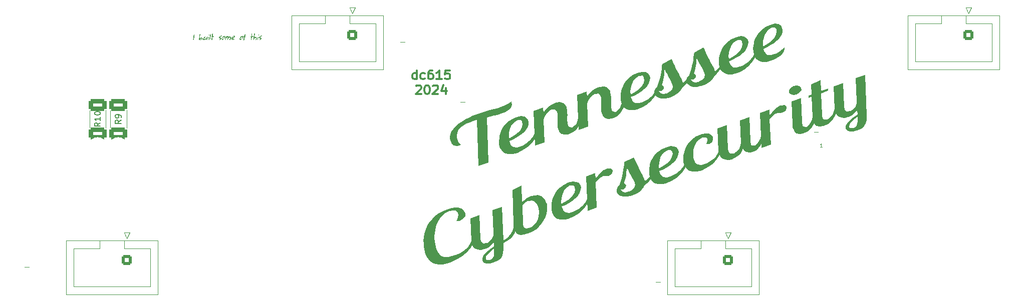
<source format=gto>
%TF.GenerationSoftware,KiCad,Pcbnew,8.0.1*%
%TF.CreationDate,2024-04-07T13:01:19-05:00*%
%TF.ProjectId,badge,62616467-652e-46b6-9963-61645f706362,rev?*%
%TF.SameCoordinates,Original*%
%TF.FileFunction,Legend,Top*%
%TF.FilePolarity,Positive*%
%FSLAX46Y46*%
G04 Gerber Fmt 4.6, Leading zero omitted, Abs format (unit mm)*
G04 Created by KiCad (PCBNEW 8.0.1) date 2024-04-07 13:01:19*
%MOMM*%
%LPD*%
G01*
G04 APERTURE LIST*
G04 Aperture macros list*
%AMRoundRect*
0 Rectangle with rounded corners*
0 $1 Rounding radius*
0 $2 $3 $4 $5 $6 $7 $8 $9 X,Y pos of 4 corners*
0 Add a 4 corners polygon primitive as box body*
4,1,4,$2,$3,$4,$5,$6,$7,$8,$9,$2,$3,0*
0 Add four circle primitives for the rounded corners*
1,1,$1+$1,$2,$3*
1,1,$1+$1,$4,$5*
1,1,$1+$1,$6,$7*
1,1,$1+$1,$8,$9*
0 Add four rect primitives between the rounded corners*
20,1,$1+$1,$2,$3,$4,$5,0*
20,1,$1+$1,$4,$5,$6,$7,0*
20,1,$1+$1,$6,$7,$8,$9,0*
20,1,$1+$1,$8,$9,$2,$3,0*%
%AMRotRect*
0 Rectangle, with rotation*
0 The origin of the aperture is its center*
0 $1 length*
0 $2 width*
0 $3 Rotation angle, in degrees counterclockwise*
0 Add horizontal line*
21,1,$1,$2,0,0,$3*%
G04 Aperture macros list end*
%ADD10C,0.000000*%
%ADD11C,0.300000*%
%ADD12C,0.100000*%
%ADD13C,0.150000*%
%ADD14C,0.120000*%
%ADD15R,0.800000X0.500000*%
%ADD16R,0.500000X0.980000*%
%ADD17R,0.800000X0.300000*%
%ADD18R,0.500000X1.460000*%
%ADD19C,3.000000*%
%ADD20RoundRect,0.250000X-0.600000X0.600000X-0.600000X-0.600000X0.600000X-0.600000X0.600000X0.600000X0*%
%ADD21C,1.700000*%
%ADD22R,1.700000X1.700000*%
%ADD23RoundRect,0.357142X1.142858X-0.642858X1.142858X0.642858X-1.142858X0.642858X-1.142858X-0.642858X0*%
%ADD24RoundRect,0.357142X-1.142858X0.642858X-1.142858X-0.642858X1.142858X-0.642858X1.142858X0.642858X0*%
%ADD25RotRect,1.700000X1.700000X355.000000*%
%ADD26R,1.800000X1.800000*%
%ADD27C,1.800000*%
%ADD28C,1.500000*%
%ADD29R,2.000000X1.905000*%
%ADD30O,2.000000X1.905000*%
G04 APERTURE END LIST*
D10*
G36*
X93916112Y-61042795D02*
G01*
X93917111Y-61044294D01*
X93925115Y-61075895D01*
X93922116Y-61084195D01*
X93883817Y-61116895D01*
X93841016Y-61144594D01*
X93836018Y-61147394D01*
X93793515Y-61172292D01*
X93749516Y-61194291D01*
X93732518Y-61200193D01*
X93732716Y-61201593D01*
X93693814Y-61236093D01*
X93664616Y-61257795D01*
X93623616Y-61287595D01*
X93591618Y-61310094D01*
X93582616Y-61331094D01*
X93593114Y-61360093D01*
X93641217Y-61379392D01*
X93689618Y-61389592D01*
X93700116Y-61391393D01*
X93752217Y-61401391D01*
X93801320Y-61416593D01*
X93813924Y-61423192D01*
X93850026Y-61456594D01*
X93867627Y-61505494D01*
X93864629Y-61540593D01*
X93848027Y-61588495D01*
X93837529Y-61608495D01*
X93801228Y-61644994D01*
X93758031Y-61679094D01*
X93713330Y-61711892D01*
X93706326Y-61716993D01*
X93666127Y-61745191D01*
X93623029Y-61773790D01*
X93578526Y-61797990D01*
X93570401Y-61800000D01*
X93541303Y-61780500D01*
X93523000Y-61740201D01*
X93554799Y-61699903D01*
X93568898Y-61690404D01*
X93612996Y-61660806D01*
X93651799Y-61627904D01*
X93682897Y-61588105D01*
X93693196Y-61561204D01*
X93665898Y-61520505D01*
X93617001Y-61511606D01*
X93590604Y-61510804D01*
X93537007Y-61506803D01*
X93489011Y-61494802D01*
X93442014Y-61471601D01*
X93410413Y-61446599D01*
X93390309Y-61401700D01*
X93391110Y-61396798D01*
X93417210Y-61353597D01*
X93453008Y-61315397D01*
X93486607Y-61274896D01*
X93502507Y-61253396D01*
X93541608Y-61216497D01*
X93589604Y-61181299D01*
X93631307Y-61153199D01*
X93680806Y-61121400D01*
X93723004Y-61094999D01*
X93769505Y-61066598D01*
X93820508Y-61035997D01*
X93866506Y-61018895D01*
X93873509Y-61018495D01*
X93916112Y-61042795D01*
G37*
G36*
X93320691Y-61258104D02*
G01*
X93335194Y-61304902D01*
X93330197Y-61344003D01*
X93327199Y-61360902D01*
X93319196Y-61396501D01*
X93310193Y-61449003D01*
X93303189Y-61503301D01*
X93297192Y-61556699D01*
X93292195Y-61606798D01*
X93291196Y-61624399D01*
X93286199Y-61677499D01*
X93280202Y-61726697D01*
X93275205Y-61755597D01*
X93270207Y-61774896D01*
X93227010Y-61799794D01*
X93220006Y-61799993D01*
X93175603Y-61779794D01*
X93167600Y-61731492D01*
X93169095Y-61696203D01*
X93171094Y-61645803D01*
X93175092Y-61588304D01*
X93179089Y-61536905D01*
X93184087Y-61483205D01*
X93191090Y-61431707D01*
X93196088Y-61402208D01*
X93198087Y-61391206D01*
X93210988Y-61343805D01*
X93232785Y-61298806D01*
X93245984Y-61282705D01*
X93285687Y-61253003D01*
X93300191Y-61249803D01*
X93320691Y-61258104D01*
G37*
G36*
X93400380Y-60834604D02*
G01*
X93408696Y-60852601D01*
X93424497Y-60899801D01*
X93428494Y-60948602D01*
X93427495Y-60956701D01*
X93403294Y-61001802D01*
X93371495Y-61024602D01*
X93338094Y-61034101D01*
X93306592Y-60994600D01*
X93308591Y-60945199D01*
X93314587Y-60909299D01*
X93316586Y-60899301D01*
X93328885Y-60851102D01*
X93351682Y-60805803D01*
X93365178Y-60799604D01*
X93400380Y-60834604D01*
G37*
G36*
X92685902Y-60684614D02*
G01*
X92734906Y-60699315D01*
X92761205Y-60732915D01*
X92760701Y-60735616D01*
X92746999Y-60782716D01*
X92734395Y-60832116D01*
X92726392Y-60867818D01*
X92717389Y-60916719D01*
X92711392Y-60966020D01*
X92710393Y-60982820D01*
X92705396Y-61032419D01*
X92698392Y-61083318D01*
X92695393Y-61097619D01*
X92685391Y-61134218D01*
X92677388Y-61191316D01*
X92670384Y-61242814D01*
X92662381Y-61302713D01*
X92655377Y-61352613D01*
X92647374Y-61408811D01*
X92641377Y-61453710D01*
X92649800Y-61417802D01*
X92651799Y-61408002D01*
X92673497Y-61360704D01*
X92716000Y-61326906D01*
X92770398Y-61308404D01*
X92818997Y-61301503D01*
X92863797Y-61299802D01*
X92875699Y-61299802D01*
X92926396Y-61303602D01*
X92972897Y-61319803D01*
X92976895Y-61322503D01*
X93011998Y-61360902D01*
X93033597Y-61408502D01*
X93045300Y-61459703D01*
X93050298Y-61509702D01*
X93050801Y-61566404D01*
X93050404Y-61578504D01*
X93045407Y-61627805D01*
X93044408Y-61632707D01*
X93030408Y-61680806D01*
X93008511Y-61726606D01*
X92995809Y-61747007D01*
X92964009Y-61787305D01*
X92923612Y-61817407D01*
X92896413Y-61823507D01*
X92869313Y-61781408D01*
X92873311Y-61754609D01*
X92886411Y-61706609D01*
X92890408Y-61693811D01*
X92905011Y-61645009D01*
X92908009Y-61630510D01*
X92916013Y-61581010D01*
X92920010Y-61527612D01*
X92920613Y-61475911D01*
X92889417Y-61437410D01*
X92869817Y-61422708D01*
X92830014Y-61409208D01*
X92795514Y-61418809D01*
X92748715Y-61447511D01*
X92709515Y-61480611D01*
X92677815Y-61518110D01*
X92650319Y-61567308D01*
X92634915Y-61614209D01*
X92632916Y-61622510D01*
X92625913Y-61672712D01*
X92625516Y-61714811D01*
X92623517Y-61763410D01*
X92593419Y-61800008D01*
X92572415Y-61800008D01*
X92524815Y-61787710D01*
X92508412Y-61765111D01*
X92494809Y-61715612D01*
X92488812Y-61680612D01*
X92494809Y-61629010D01*
X92504811Y-61576909D01*
X92505811Y-61571908D01*
X92508809Y-61558008D01*
X92509107Y-61556009D01*
X92517110Y-61506410D01*
X92523106Y-61449811D01*
X92528104Y-61392911D01*
X92532102Y-61340913D01*
X92535100Y-61283315D01*
X92538098Y-61219915D01*
X92539098Y-61186014D01*
X92567700Y-61048715D01*
X92574704Y-61016515D01*
X92585103Y-60966813D01*
X92592107Y-60931512D01*
X92604306Y-60818212D01*
X92611310Y-60768510D01*
X92616307Y-60741712D01*
X92630505Y-60697313D01*
X92662206Y-60682412D01*
X92685902Y-60684614D01*
G37*
G36*
X92264172Y-60737405D02*
G01*
X92274175Y-60792104D01*
X92277173Y-60841604D01*
X92276570Y-60901502D01*
X92274571Y-60953302D01*
X92270574Y-61010900D01*
X92267598Y-61031400D01*
X92262601Y-61082200D01*
X92260602Y-61107099D01*
X92277905Y-61150300D01*
X92330304Y-61157102D01*
X92382001Y-61163202D01*
X92407597Y-61166002D01*
X92457799Y-61173200D01*
X92474095Y-61178399D01*
X92473798Y-61179200D01*
X92443997Y-61220399D01*
X92430600Y-61239698D01*
X92396199Y-61257596D01*
X92347302Y-61263597D01*
X92297604Y-61273698D01*
X92251805Y-61291200D01*
X92248807Y-61292699D01*
X92222905Y-61335698D01*
X92213902Y-61371099D01*
X92204900Y-61423600D01*
X92198903Y-61473401D01*
X92194905Y-61522203D01*
X92191907Y-61576803D01*
X92189908Y-61616403D01*
X92187909Y-61669202D01*
X92183911Y-61719003D01*
X92178914Y-61749204D01*
X92166013Y-61778802D01*
X92119611Y-61796003D01*
X92091710Y-61800004D01*
X92062207Y-61789804D01*
X92041104Y-61750203D01*
X92043103Y-61746103D01*
X92043301Y-61744603D01*
X92043401Y-61693002D01*
X92042798Y-61669603D01*
X92101697Y-61385804D01*
X92105695Y-61335504D01*
X92086491Y-61308404D01*
X92075589Y-61307103D01*
X92059186Y-61312005D01*
X92044484Y-61315507D01*
X92025487Y-61312307D01*
X92012288Y-61267309D01*
X92028088Y-61219808D01*
X92028890Y-61218007D01*
X92054990Y-61206006D01*
X92061986Y-61206006D01*
X92104688Y-61183107D01*
X92124486Y-61140306D01*
X92127484Y-61121507D01*
X92129483Y-61069906D01*
X92132481Y-61006406D01*
X92135480Y-60948808D01*
X92139478Y-60897310D01*
X92144475Y-60841409D01*
X92150472Y-60786809D01*
X92157475Y-60745611D01*
X92177075Y-60702909D01*
X92225675Y-60698007D01*
X92228673Y-60698007D01*
X92264172Y-60737405D01*
G37*
G36*
X91138822Y-60872194D02*
G01*
X91178624Y-60893895D01*
X91217725Y-60925996D01*
X91242421Y-60970296D01*
X91241818Y-60976697D01*
X91233815Y-60992597D01*
X91196713Y-61026098D01*
X91188710Y-61028997D01*
X91184712Y-61027696D01*
X91154614Y-60999395D01*
X91153912Y-60999395D01*
X91134610Y-60986894D01*
X91119008Y-60979394D01*
X91107007Y-60983495D01*
X91072209Y-61018895D01*
X91049413Y-61062894D01*
X91046414Y-61070993D01*
X91030011Y-61117494D01*
X91026013Y-61133695D01*
X91026517Y-61164495D01*
X91069615Y-61190397D01*
X91115712Y-61190397D01*
X91165013Y-61194295D01*
X91181912Y-61201394D01*
X91188916Y-61232194D01*
X91187917Y-61238496D01*
X91162816Y-61282598D01*
X91120717Y-61308999D01*
X91067120Y-61324998D01*
X91031499Y-61330400D01*
X91000401Y-61345701D01*
X90988500Y-61381902D01*
X90979497Y-61416601D01*
X90971494Y-61465799D01*
X90965497Y-61515397D01*
X90962499Y-61551896D01*
X90958501Y-61602895D01*
X90953504Y-61657396D01*
X90947507Y-61706495D01*
X90939504Y-61755994D01*
X90935506Y-61777993D01*
X90931508Y-61799093D01*
X90920308Y-61847291D01*
X90908605Y-61879190D01*
X90877805Y-61893789D01*
X90828801Y-61890790D01*
X90803601Y-61879892D01*
X90802602Y-61830793D01*
X90803601Y-61822992D01*
X90810605Y-61773492D01*
X90812604Y-61723291D01*
X90812505Y-61710389D01*
X90815503Y-61659288D01*
X90821500Y-61607789D01*
X90830502Y-61555089D01*
X90840505Y-61504190D01*
X90842503Y-61495191D01*
X90852605Y-61445192D01*
X90862607Y-61392591D01*
X90869611Y-61343690D01*
X90869412Y-61332792D01*
X90855214Y-61317891D01*
X90852216Y-61317891D01*
X90818219Y-61333993D01*
X90797719Y-61341592D01*
X90778722Y-61337392D01*
X90759320Y-61289892D01*
X90756322Y-61252393D01*
X90758321Y-61242395D01*
X90784924Y-61215093D01*
X90813924Y-61204793D01*
X90862821Y-61196695D01*
X90884824Y-61183095D01*
X90902226Y-61133596D01*
X90913426Y-61083894D01*
X90919423Y-61055795D01*
X90922421Y-61042394D01*
X90934125Y-60993093D01*
X90951123Y-60945691D01*
X90967824Y-60920793D01*
X91008923Y-60887391D01*
X91054120Y-60866792D01*
X91088223Y-60862092D01*
X91138822Y-60872194D01*
G37*
G36*
X90679295Y-61091100D02*
G01*
X90715695Y-61125299D01*
X90730794Y-61166700D01*
X90733792Y-61211400D01*
X90728795Y-61225301D01*
X90713597Y-61273702D01*
X90709599Y-61292001D01*
X90704602Y-61315900D01*
X90701604Y-61331601D01*
X90686902Y-61386503D01*
X90666104Y-61439401D01*
X90639203Y-61490300D01*
X90606107Y-61539300D01*
X90566907Y-61586301D01*
X90521603Y-61631402D01*
X90483502Y-61663801D01*
X90442006Y-61695199D01*
X90412404Y-61715501D01*
X90370206Y-61742402D01*
X90323209Y-61767202D01*
X90273511Y-61783304D01*
X90260312Y-61784402D01*
X90250310Y-61783700D01*
X90203809Y-61763501D01*
X90171307Y-61721902D01*
X90155408Y-61673204D01*
X90150411Y-61643705D01*
X90153409Y-61612905D01*
X90159404Y-61594407D01*
X90278714Y-61594407D01*
X90278715Y-61594404D01*
X90280202Y-61594404D01*
X90282201Y-61638105D01*
X90299802Y-61646406D01*
X90346501Y-61631604D01*
X90391301Y-61606206D01*
X90410504Y-61593908D01*
X90450101Y-61564508D01*
X90490704Y-61525907D01*
X90525304Y-61482908D01*
X90553807Y-61435308D01*
X90570409Y-61398507D01*
X90587308Y-61351007D01*
X90595311Y-61319806D01*
X90597310Y-61269407D01*
X90586713Y-61250005D01*
X90549115Y-61229505D01*
X90533513Y-61246606D01*
X90533009Y-61285707D01*
X90488812Y-61306806D01*
X90482816Y-61308908D01*
X90436414Y-61324609D01*
X90431416Y-61326009D01*
X90399518Y-61368207D01*
X90370114Y-61414209D01*
X90342015Y-61459607D01*
X90315518Y-61504808D01*
X90292416Y-61552308D01*
X90278715Y-61594404D01*
X90159406Y-61594404D01*
X90159404Y-61594407D01*
X90157918Y-61594407D01*
X90166921Y-61564306D01*
X90184819Y-61518407D01*
X90205518Y-61471109D01*
X90227116Y-61425107D01*
X90251813Y-61375406D01*
X90278516Y-61324106D01*
X90305913Y-61276006D01*
X90334912Y-61232606D01*
X90348012Y-61217508D01*
X90388310Y-61182107D01*
X90430013Y-61151708D01*
X90473210Y-61126310D01*
X90517812Y-61106008D01*
X90543912Y-61096608D01*
X90592709Y-61084409D01*
X90629407Y-61081010D01*
X90679295Y-61091100D01*
G37*
G36*
X89291997Y-61080503D02*
G01*
X89324994Y-61121602D01*
X89348393Y-61165803D01*
X89357396Y-61216905D01*
X89355397Y-61234605D01*
X89334699Y-61280107D01*
X89311902Y-61305906D01*
X89267301Y-61347005D01*
X89227399Y-61382505D01*
X89184102Y-61419305D01*
X89141805Y-61452104D01*
X89098203Y-61478303D01*
X89086499Y-61481004D01*
X89044202Y-61508603D01*
X89003201Y-61536504D01*
X88980000Y-61540902D01*
X88934003Y-61557702D01*
X88928006Y-61567804D01*
X88927205Y-61571203D01*
X88956006Y-61610002D01*
X89003903Y-61623002D01*
X89055600Y-61627401D01*
X89089597Y-61628103D01*
X89243497Y-61628103D01*
X89289197Y-61641301D01*
X89316296Y-61680402D01*
X89279897Y-61713601D01*
X89266499Y-61720701D01*
X89220296Y-61737100D01*
X89214299Y-61737500D01*
X89195294Y-61737500D01*
X89147694Y-61753099D01*
X89098691Y-61765298D01*
X89078587Y-61766099D01*
X89024991Y-61762399D01*
X88973592Y-61753999D01*
X88921994Y-61742299D01*
X88894193Y-61735101D01*
X88847196Y-61712800D01*
X88809499Y-61675199D01*
X88784100Y-61629598D01*
X88767903Y-61581098D01*
X88761907Y-61553598D01*
X88756909Y-61502599D01*
X88759908Y-61453100D01*
X88762906Y-61439298D01*
X88777608Y-61390798D01*
X88784612Y-61377496D01*
X88913510Y-61377496D01*
X88913709Y-61426694D01*
X88918706Y-61429994D01*
X88920705Y-61429994D01*
X88967801Y-61412893D01*
X89015698Y-61393392D01*
X89036496Y-61384591D01*
X89081693Y-61360391D01*
X89124791Y-61329892D01*
X89161290Y-61299093D01*
X89215489Y-61250192D01*
X89223493Y-61213792D01*
X89188992Y-61176091D01*
X89167493Y-61174791D01*
X89119893Y-61193189D01*
X89108693Y-61200689D01*
X89058896Y-61235589D01*
X89011998Y-61255288D01*
X88981198Y-61277589D01*
X88942502Y-61308690D01*
X88935498Y-61313989D01*
X88920300Y-61348188D01*
X88914304Y-61377488D01*
X88785405Y-61377488D01*
X88802503Y-61344087D01*
X88835301Y-61299287D01*
X88871503Y-61261586D01*
X88877499Y-61256288D01*
X88919103Y-61220987D01*
X88962705Y-61188485D01*
X89008305Y-61158784D01*
X89055905Y-61131986D01*
X89105504Y-61107885D01*
X89122502Y-61100484D01*
X89170400Y-61081983D01*
X89218396Y-61068784D01*
X89250699Y-61065282D01*
X89291997Y-61080503D01*
G37*
G36*
X88166303Y-61155095D02*
G01*
X88203206Y-61189897D01*
X88224805Y-61235696D01*
X88226804Y-61241697D01*
X88242505Y-61288095D01*
X88261807Y-61334295D01*
X88265805Y-61337694D01*
X88266805Y-61334695D01*
X88268803Y-61324495D01*
X88269505Y-61321096D01*
X88300504Y-61281595D01*
X88343404Y-61245595D01*
X88389302Y-61211194D01*
X88396306Y-61205793D01*
X88441205Y-61180791D01*
X88491803Y-61166089D01*
X88542905Y-61161790D01*
X88591206Y-61178590D01*
X88625508Y-61214189D01*
X88630505Y-61221387D01*
X88654904Y-61266786D01*
X88670201Y-61316987D01*
X88676198Y-61372087D01*
X88674199Y-61424188D01*
X88673398Y-61431989D01*
X88666394Y-61480687D01*
X88662396Y-61502786D01*
X88649999Y-61553586D01*
X88634099Y-61603185D01*
X88614896Y-61651685D01*
X88602796Y-61678186D01*
X88575597Y-61724286D01*
X88539800Y-61761586D01*
X88497701Y-61784887D01*
X88454801Y-61793886D01*
X88421803Y-61784185D01*
X88406400Y-61741884D01*
X88410397Y-61728685D01*
X88447301Y-61692884D01*
X88474103Y-61669782D01*
X88504804Y-61630281D01*
X88525205Y-61588479D01*
X88543301Y-61542280D01*
X88555203Y-61498880D01*
X88561200Y-61447980D01*
X88559201Y-61411382D01*
X88547604Y-61361383D01*
X88523908Y-61317384D01*
X88493810Y-61299783D01*
X88489812Y-61299783D01*
X88443211Y-61316884D01*
X88398709Y-61343484D01*
X88358212Y-61371984D01*
X88322316Y-61406583D01*
X88318318Y-61411882D01*
X88289319Y-61458982D01*
X88262219Y-61503583D01*
X88242619Y-61538183D01*
X88228322Y-61599584D01*
X88212521Y-61652784D01*
X88190625Y-61707685D01*
X88161427Y-61756784D01*
X88123227Y-61790784D01*
X88086827Y-61799985D01*
X88066098Y-61796602D01*
X88063100Y-61744802D01*
X88063702Y-61741700D01*
X88075604Y-61693799D01*
X88091008Y-61641900D01*
X88105206Y-61597600D01*
X88120709Y-61550500D01*
X88135213Y-61501401D01*
X88141210Y-61475400D01*
X88145207Y-61453901D01*
X88139211Y-61403600D01*
X88126309Y-61368501D01*
X88101712Y-61324003D01*
X88063809Y-61299802D01*
X88057813Y-61300603D01*
X88014409Y-61326104D01*
X87978009Y-61363706D01*
X87948911Y-61399705D01*
X87920613Y-61440206D01*
X87892415Y-61489404D01*
X87869313Y-61540506D01*
X87851514Y-61593705D01*
X87841512Y-61633004D01*
X87829312Y-61685804D01*
X87814313Y-61733705D01*
X87793912Y-61766805D01*
X87750211Y-61789007D01*
X87743207Y-61789808D01*
X87725408Y-61752607D01*
X87729405Y-61697507D01*
X87732404Y-61646108D01*
X87733304Y-61592008D01*
X87732304Y-61542909D01*
X87731603Y-61531408D01*
X87728604Y-61477506D01*
X87726605Y-61428407D01*
X87725606Y-61374006D01*
X87725804Y-61318506D01*
X87728803Y-61267705D01*
X87732800Y-61235807D01*
X87743298Y-61208505D01*
X87778500Y-61171705D01*
X87811200Y-61154706D01*
X87834599Y-61187208D01*
X87841603Y-61239606D01*
X87844602Y-61288507D01*
X87843800Y-61339406D01*
X87839803Y-61376005D01*
X87841802Y-61363603D01*
X87859403Y-61312501D01*
X87886105Y-61271200D01*
X87923108Y-61233598D01*
X87963910Y-61203798D01*
X88008107Y-61177396D01*
X88053204Y-61156797D01*
X88102002Y-61144395D01*
X88118001Y-61143495D01*
X88166303Y-61155095D01*
G37*
G36*
X87647801Y-61091100D02*
G01*
X87684201Y-61125299D01*
X87699300Y-61166700D01*
X87702298Y-61211400D01*
X87697301Y-61225301D01*
X87682004Y-61273702D01*
X87678006Y-61292001D01*
X87673009Y-61315900D01*
X87670010Y-61331601D01*
X87655309Y-61386503D01*
X87634511Y-61439401D01*
X87607610Y-61490300D01*
X87574513Y-61539300D01*
X87535314Y-61586301D01*
X87489911Y-61631402D01*
X87451909Y-61663801D01*
X87410413Y-61695199D01*
X87380811Y-61715501D01*
X87338513Y-61742402D01*
X87291615Y-61767202D01*
X87241918Y-61783304D01*
X87228619Y-61784402D01*
X87218617Y-61783700D01*
X87172017Y-61763501D01*
X87139516Y-61721902D01*
X87123715Y-61673204D01*
X87119718Y-61643705D01*
X87122716Y-61612905D01*
X87127712Y-61594407D01*
X87248036Y-61594407D01*
X87248038Y-61594404D01*
X87248616Y-61594404D01*
X87250615Y-61638105D01*
X87268216Y-61646406D01*
X87314916Y-61631604D01*
X87359715Y-61606206D01*
X87378812Y-61593908D01*
X87418515Y-61564508D01*
X87459119Y-61525907D01*
X87493619Y-61482908D01*
X87522221Y-61435308D01*
X87538823Y-61398507D01*
X87555722Y-61351007D01*
X87563725Y-61319806D01*
X87566724Y-61269407D01*
X87556126Y-61250005D01*
X87518430Y-61229505D01*
X87502828Y-61246606D01*
X87502324Y-61285707D01*
X87458127Y-61306806D01*
X87452130Y-61308908D01*
X87405629Y-61324609D01*
X87400632Y-61326009D01*
X87368733Y-61368207D01*
X87339436Y-61414209D01*
X87311238Y-61459607D01*
X87284840Y-61504808D01*
X87261739Y-61552308D01*
X87248038Y-61594404D01*
X87127713Y-61594404D01*
X87127712Y-61594407D01*
X87127133Y-61594407D01*
X87136136Y-61564306D01*
X87153935Y-61518407D01*
X87174733Y-61471109D01*
X87196332Y-61425107D01*
X87220929Y-61375406D01*
X87247731Y-61324106D01*
X87275029Y-61276006D01*
X87304128Y-61232606D01*
X87317227Y-61217508D01*
X87357427Y-61182107D01*
X87399228Y-61151708D01*
X87442326Y-61126310D01*
X87486928Y-61106008D01*
X87513127Y-61096608D01*
X87561925Y-61084409D01*
X87598523Y-61081010D01*
X87647801Y-61091100D01*
G37*
G36*
X87146710Y-61042795D02*
G01*
X87147710Y-61044294D01*
X87155713Y-61075895D01*
X87152715Y-61084195D01*
X87114415Y-61116895D01*
X87071614Y-61144594D01*
X87066617Y-61147394D01*
X87024114Y-61172292D01*
X86980115Y-61194291D01*
X86963117Y-61200193D01*
X86963315Y-61201593D01*
X86924413Y-61236093D01*
X86895215Y-61257795D01*
X86854115Y-61287595D01*
X86822118Y-61310094D01*
X86813115Y-61331094D01*
X86823613Y-61360093D01*
X86871610Y-61379392D01*
X86920110Y-61389592D01*
X86930509Y-61391393D01*
X86982709Y-61401391D01*
X87031812Y-61416593D01*
X87044415Y-61423192D01*
X87080518Y-61456594D01*
X87098119Y-61505494D01*
X87095120Y-61540593D01*
X87078519Y-61588495D01*
X87068021Y-61608495D01*
X87031720Y-61644994D01*
X86988522Y-61679094D01*
X86943822Y-61711892D01*
X86936818Y-61716993D01*
X86896619Y-61745191D01*
X86853421Y-61773790D01*
X86808919Y-61797990D01*
X86800000Y-61800000D01*
X86770902Y-61780500D01*
X86752599Y-61740201D01*
X86784398Y-61699903D01*
X86798497Y-61690404D01*
X86842595Y-61660806D01*
X86881398Y-61627904D01*
X86912496Y-61588105D01*
X86922795Y-61561204D01*
X86895497Y-61520505D01*
X86846600Y-61511606D01*
X86820203Y-61510804D01*
X86766606Y-61506803D01*
X86718610Y-61494802D01*
X86671613Y-61471601D01*
X86640012Y-61446599D01*
X86619908Y-61401700D01*
X86620709Y-61396798D01*
X86646809Y-61353597D01*
X86682607Y-61315397D01*
X86716206Y-61274896D01*
X86732106Y-61253396D01*
X86771207Y-61216497D01*
X86819203Y-61181299D01*
X86860906Y-61153199D01*
X86910405Y-61121400D01*
X86952603Y-61094999D01*
X86999104Y-61066598D01*
X87050107Y-61035997D01*
X87096105Y-61018895D01*
X87104108Y-61018495D01*
X87146710Y-61042795D01*
G37*
G36*
X85618695Y-60737405D02*
G01*
X85627698Y-60792104D01*
X85630696Y-60841604D01*
X85630193Y-60901502D01*
X85628194Y-60953302D01*
X85624196Y-61010900D01*
X85621198Y-61031400D01*
X85616200Y-61082200D01*
X85614201Y-61107099D01*
X85631505Y-61150300D01*
X85683904Y-61157102D01*
X85735501Y-61163202D01*
X85761205Y-61166002D01*
X85811406Y-61173200D01*
X85827603Y-61178399D01*
X85827405Y-61179200D01*
X85797604Y-61220399D01*
X85784207Y-61239698D01*
X85749707Y-61257596D01*
X85700910Y-61263597D01*
X85651112Y-61273698D01*
X85605313Y-61291200D01*
X85602315Y-61292699D01*
X85576314Y-61335698D01*
X85567311Y-61371099D01*
X85558309Y-61423600D01*
X85553311Y-61473401D01*
X85549313Y-61522203D01*
X85546315Y-61576803D01*
X85544316Y-61616403D01*
X85542317Y-61669202D01*
X85538319Y-61719003D01*
X85533322Y-61749204D01*
X85520322Y-61778802D01*
X85474019Y-61796003D01*
X85446118Y-61800004D01*
X85416516Y-61789804D01*
X85395512Y-61750203D01*
X85397511Y-61746103D01*
X85397809Y-61744603D01*
X85397908Y-61693002D01*
X85397305Y-61669603D01*
X85456105Y-61385804D01*
X85460103Y-61335504D01*
X85441007Y-61308404D01*
X85430005Y-61307103D01*
X85413709Y-61312005D01*
X85399007Y-61315507D01*
X85379910Y-61312307D01*
X85366811Y-61267309D01*
X85382611Y-61219808D01*
X85383412Y-61218007D01*
X85409512Y-61206006D01*
X85416509Y-61206006D01*
X85459309Y-61183107D01*
X85479108Y-61140306D01*
X85482106Y-61121507D01*
X85484105Y-61069906D01*
X85487103Y-61006406D01*
X85490102Y-60948808D01*
X85494100Y-60897310D01*
X85499097Y-60841409D01*
X85505093Y-60786809D01*
X85512097Y-60745611D01*
X85531598Y-60702909D01*
X85580197Y-60698007D01*
X85583196Y-60698007D01*
X85618695Y-60737405D01*
G37*
G36*
X85297490Y-60791787D02*
G01*
X85319287Y-60837388D01*
X85321286Y-60890687D01*
X85316289Y-60939885D01*
X85309285Y-60983484D01*
X85297185Y-61032483D01*
X85288182Y-61061685D01*
X85274083Y-61111585D01*
X85264081Y-61153985D01*
X85254079Y-61203885D01*
X85245076Y-61254285D01*
X85237073Y-61302984D01*
X85230069Y-61356084D01*
X85229070Y-61364084D01*
X85218266Y-61415483D01*
X85208264Y-61461484D01*
X85197865Y-61511285D01*
X85190862Y-61543287D01*
X85180859Y-61591188D01*
X85176862Y-61611490D01*
X85164060Y-61659890D01*
X85146062Y-61706090D01*
X85131261Y-61735792D01*
X85099164Y-61773691D01*
X85061162Y-61784391D01*
X85038999Y-61781701D01*
X85022199Y-61735700D01*
X85027196Y-61683599D01*
X85035199Y-61638097D01*
X85041196Y-61608499D01*
X85051198Y-61559697D01*
X85061498Y-61510198D01*
X85072095Y-61459298D01*
X85082295Y-61409898D01*
X85084294Y-61401197D01*
X85094792Y-61350095D01*
X85105191Y-61300195D01*
X85115491Y-61251294D01*
X85117490Y-61241693D01*
X85127789Y-61191892D01*
X85137990Y-61143091D01*
X85148991Y-61090089D01*
X85152989Y-61069288D01*
X85163487Y-61018186D01*
X85174184Y-60966886D01*
X85184186Y-60920987D01*
X85194486Y-60870889D01*
X85202489Y-60833589D01*
X85224889Y-60789789D01*
X85248692Y-60773988D01*
X85270390Y-60768289D01*
X85297490Y-60791787D01*
G37*
G36*
X84938290Y-61258104D02*
G01*
X84952794Y-61304902D01*
X84947797Y-61344003D01*
X84943799Y-61360902D01*
X84936795Y-61396501D01*
X84927792Y-61449003D01*
X84919789Y-61503301D01*
X84913793Y-61556699D01*
X84908795Y-61606798D01*
X84907796Y-61624399D01*
X84902799Y-61677499D01*
X84896802Y-61726697D01*
X84891805Y-61755597D01*
X84886807Y-61774896D01*
X84843511Y-61799794D01*
X84836507Y-61799993D01*
X84792104Y-61779794D01*
X84784100Y-61731492D01*
X84786694Y-61696203D01*
X84788693Y-61645803D01*
X84792691Y-61588304D01*
X84796689Y-61536905D01*
X84801686Y-61483205D01*
X84808690Y-61431707D01*
X84813687Y-61402208D01*
X84815686Y-61391206D01*
X84828488Y-61343805D01*
X84850385Y-61298806D01*
X84863583Y-61282705D01*
X84903287Y-61253003D01*
X84917790Y-61249803D01*
X84938290Y-61258104D01*
G37*
G36*
X85017987Y-60834604D02*
G01*
X85026296Y-60852601D01*
X85042096Y-60899801D01*
X85046094Y-60948602D01*
X85045094Y-60956701D01*
X85020894Y-61001802D01*
X84989194Y-61024602D01*
X84955792Y-61034101D01*
X84924191Y-60994600D01*
X84926190Y-60945199D01*
X84932187Y-60909299D01*
X84934186Y-60899301D01*
X84946385Y-60851102D01*
X84969289Y-60805803D01*
X84982785Y-60799604D01*
X85017987Y-60834604D01*
G37*
G36*
X84731908Y-61184797D02*
G01*
X84740910Y-61234895D01*
X84735913Y-61285795D01*
X84731915Y-61307893D01*
X84730916Y-61334993D01*
X84716618Y-61384893D01*
X84688420Y-61424894D01*
X84670323Y-61445592D01*
X84670323Y-61466192D01*
X84669324Y-61513791D01*
X84664327Y-61563993D01*
X84664029Y-61576993D01*
X84665028Y-61626191D01*
X84663030Y-61677892D01*
X84657033Y-61723790D01*
X84640134Y-61770089D01*
X84609631Y-61795389D01*
X84561330Y-61809888D01*
X84533727Y-61815687D01*
X84530728Y-61814386D01*
X84528729Y-61763185D01*
X84530728Y-61711084D01*
X84532727Y-61674486D01*
X84534726Y-61625585D01*
X84525723Y-61576886D01*
X84518720Y-61573385D01*
X84493817Y-61591184D01*
X84457814Y-61624883D01*
X84418614Y-61652982D01*
X84375417Y-61677484D01*
X84347218Y-61685685D01*
X84323819Y-61698884D01*
X84288617Y-61736284D01*
X84281613Y-61741685D01*
X84239812Y-61767083D01*
X84231809Y-61768785D01*
X84225812Y-61768785D01*
X84209409Y-61779485D01*
X84160405Y-61794187D01*
X84121709Y-61798086D01*
X84085408Y-61799985D01*
X84036405Y-61791185D01*
X84032407Y-61786584D01*
X84005505Y-61768785D01*
X83978604Y-61727285D01*
X83976605Y-61681085D01*
X83980603Y-61630384D01*
X83984601Y-61608983D01*
X83999104Y-61560483D01*
X84011205Y-61534482D01*
X84055905Y-61454683D01*
X84083707Y-61408681D01*
X84115506Y-61366281D01*
X84151303Y-61331582D01*
X84183202Y-61312284D01*
X84223302Y-61281785D01*
X84233998Y-61270284D01*
X84271397Y-61238485D01*
X84277394Y-61237283D01*
X84293996Y-61225084D01*
X84333096Y-61207982D01*
X84351598Y-61205983D01*
X84376798Y-61216485D01*
X84376500Y-61268087D01*
X84374501Y-61279989D01*
X84359502Y-61329587D01*
X84332402Y-61371988D01*
X84302205Y-61393087D01*
X84262402Y-61424886D01*
X84244603Y-61443685D01*
X84207700Y-61477285D01*
X84200696Y-61479585D01*
X84196698Y-61478586D01*
X84193700Y-61477586D01*
X84155202Y-61509485D01*
X84153203Y-61511586D01*
X84123402Y-61552087D01*
X84114400Y-61573087D01*
X84140103Y-61615087D01*
X84179700Y-61649602D01*
X84218602Y-61659303D01*
X84227605Y-61659303D01*
X84275502Y-61649503D01*
X84308202Y-61634202D01*
X84352101Y-61606702D01*
X84395505Y-61576101D01*
X84436307Y-61545801D01*
X84441304Y-61541601D01*
X84484105Y-61508901D01*
X84524106Y-61478402D01*
X84532109Y-61472001D01*
X84560811Y-61427400D01*
X84579411Y-61382100D01*
X84593411Y-61329599D01*
X84606908Y-61278497D01*
X84627606Y-61230497D01*
X84648610Y-61201597D01*
X84687108Y-61171098D01*
X84703809Y-61166997D01*
X84731908Y-61184797D01*
G37*
G36*
X83486295Y-60774900D02*
G01*
X83505795Y-60807500D01*
X83509793Y-60857900D01*
X83506795Y-60917001D01*
X83499791Y-60975400D01*
X83491788Y-61025701D01*
X83481786Y-61081601D01*
X83469487Y-61143003D01*
X83466489Y-61169603D01*
X83461491Y-61221002D01*
X83456494Y-61276700D01*
X83451497Y-61334298D01*
X83446500Y-61387697D01*
X83438496Y-61434995D01*
X83428494Y-61482995D01*
X83458493Y-61472394D01*
X83503095Y-61451196D01*
X83551595Y-61427095D01*
X83593396Y-61414995D01*
X83645200Y-61412095D01*
X83694699Y-61415197D01*
X83743497Y-61421499D01*
X83759999Y-61424100D01*
X83810597Y-61434099D01*
X83860295Y-61448800D01*
X83902799Y-61475702D01*
X83918401Y-61518300D01*
X83915402Y-61567800D01*
X83900205Y-61617101D01*
X83873105Y-61659601D01*
X83858502Y-61672700D01*
X83814000Y-61700502D01*
X83767301Y-61723802D01*
X83716603Y-61746301D01*
X83693601Y-61755903D01*
X83645497Y-61774602D01*
X83594998Y-61791204D01*
X83544896Y-61800004D01*
X83480397Y-61799505D01*
X83424497Y-61798005D01*
X83366498Y-61794607D01*
X83314298Y-61788408D01*
X83266896Y-61767106D01*
X83267896Y-61730607D01*
X83272893Y-61680307D01*
X83277890Y-61641805D01*
X83426488Y-61641805D01*
X83451085Y-61673204D01*
X83494382Y-61698205D01*
X83520986Y-61704404D01*
X83570584Y-61692804D01*
X83599484Y-61691003D01*
X83649686Y-61690603D01*
X83663083Y-61685003D01*
X83704884Y-61657201D01*
X83745183Y-61627099D01*
X83754186Y-61618398D01*
X83758183Y-61569200D01*
X83755185Y-61565400D01*
X83707288Y-61551301D01*
X83656888Y-61545801D01*
X83621686Y-61551999D01*
X83570989Y-61571199D01*
X83520986Y-61593999D01*
X83471486Y-61618501D01*
X83426885Y-61641801D01*
X83278287Y-61641801D01*
X83280286Y-61627702D01*
X83288289Y-61578603D01*
X83298291Y-61523404D01*
X83310292Y-61462003D01*
X83320592Y-61411905D01*
X83324590Y-61380105D01*
X83331593Y-61325704D01*
X83337590Y-61274705D01*
X83344594Y-61211805D01*
X83351598Y-61156904D01*
X83358601Y-61095403D01*
X83366605Y-61027204D01*
X83371602Y-60991304D01*
X83379605Y-60938703D01*
X83389806Y-60886705D01*
X83402409Y-60837705D01*
X83409413Y-60816606D01*
X83435910Y-60772504D01*
X83486295Y-60774900D01*
G37*
G36*
X82490598Y-60857698D02*
G01*
X82521794Y-60896097D01*
X82532193Y-60952695D01*
X82533193Y-61015596D01*
X82530194Y-61072995D01*
X82523190Y-61139196D01*
X82516187Y-61188196D01*
X82508183Y-61241094D01*
X82498181Y-61297895D01*
X82486783Y-61358594D01*
X82473683Y-61423196D01*
X82463086Y-61474798D01*
X82452390Y-61525998D01*
X82445386Y-61560899D01*
X82434285Y-61614099D01*
X82423589Y-61664499D01*
X82412389Y-61714799D01*
X82406392Y-61738199D01*
X82381993Y-61780698D01*
X82369794Y-61784398D01*
X82338101Y-61770002D01*
X82306302Y-61732801D01*
X82288602Y-61682901D01*
X82290601Y-61637101D01*
X82302197Y-61578901D01*
X82312497Y-61521001D01*
X82321500Y-61463502D01*
X82329503Y-61406404D01*
X82335500Y-61349702D01*
X82340497Y-61293401D01*
X82342496Y-61271001D01*
X82346494Y-61215802D01*
X82351491Y-61164602D01*
X82358495Y-61109700D01*
X82366498Y-61060300D01*
X82373502Y-61022100D01*
X82385098Y-60973798D01*
X82400800Y-60926599D01*
X82424703Y-60881997D01*
X82467099Y-60854497D01*
X82471097Y-60854299D01*
X82490598Y-60857698D01*
G37*
G36*
X196169800Y-74555400D02*
G01*
X196169694Y-74981299D01*
X196122300Y-75466998D01*
X195988099Y-75958197D01*
X195719498Y-76406798D01*
X195261597Y-76784098D01*
X194652497Y-77062197D01*
X194472993Y-77123996D01*
X193873398Y-77271697D01*
X193276093Y-77287696D01*
X192820389Y-77109194D01*
X192577088Y-76767493D01*
X192579087Y-76533797D01*
X192579285Y-76533797D01*
X193191090Y-76533797D01*
X193355683Y-76722995D01*
X193916688Y-76710494D01*
X194333283Y-76411593D01*
X194521683Y-75986994D01*
X194579087Y-75567996D01*
X194586091Y-75154998D01*
X194579087Y-74793597D01*
X194481980Y-74863295D01*
X193972184Y-75265994D01*
X193534791Y-75695494D01*
X193242890Y-76121196D01*
X193191285Y-76533797D01*
X193191090Y-76533797D01*
X193191086Y-76533793D01*
X192579285Y-76533793D01*
X192579285Y-76533797D01*
X192579087Y-76533797D01*
X192579087Y-76533793D01*
X192579285Y-76533793D01*
X192580292Y-76364897D01*
X192819398Y-75914496D01*
X193156892Y-75520095D01*
X193583985Y-75123393D01*
X194066682Y-74738192D01*
X194571183Y-74378394D01*
X194534486Y-73643195D01*
X194462983Y-73753493D01*
X194099580Y-74190795D01*
X193632981Y-74564795D01*
X193074387Y-74842097D01*
X192985490Y-74872699D01*
X192368088Y-74988700D01*
X191790589Y-74931201D01*
X191360383Y-74741999D01*
X191019181Y-74422000D01*
X190822678Y-74054301D01*
X190767579Y-73869101D01*
X190717179Y-73473101D01*
X190539582Y-69643104D01*
X192134278Y-69062706D01*
X192308976Y-73124503D01*
X192373872Y-73500102D01*
X192422669Y-73609000D01*
X192748872Y-73887702D01*
X193306977Y-73852900D01*
X193419175Y-73806502D01*
X193902772Y-73469702D01*
X194249970Y-73024802D01*
X194437073Y-72552401D01*
X194476670Y-72104800D01*
X194296265Y-68275802D01*
X195877167Y-67700401D01*
X196169800Y-74555400D01*
G37*
G36*
X188410371Y-70418007D02*
G01*
X189624970Y-69975906D01*
X189649064Y-70385105D01*
X188417969Y-70833206D01*
X188584367Y-74478003D01*
X188588364Y-74573504D01*
X188639069Y-74980006D01*
X188865662Y-75272204D01*
X189423264Y-75266406D01*
X189632859Y-75167006D01*
X190066865Y-74796607D01*
X190358369Y-74383307D01*
X190568375Y-73953807D01*
X190735383Y-73464205D01*
X191319276Y-73251704D01*
X191161774Y-73774806D01*
X190983369Y-74239905D01*
X190718766Y-74775103D01*
X190430665Y-75220103D01*
X190049271Y-75660903D01*
X189580170Y-76039801D01*
X189050172Y-76306700D01*
X188838669Y-76376101D01*
X188209977Y-76470900D01*
X187682877Y-76343299D01*
X187329270Y-76031100D01*
X187137376Y-75661700D01*
X187128373Y-75636199D01*
X187033677Y-75232100D01*
X186992478Y-74826499D01*
X186839783Y-71407501D01*
X186319291Y-71597000D01*
X186295182Y-71187908D01*
X186815674Y-70998409D01*
X186746079Y-69333210D01*
X188332078Y-68583408D01*
X188410371Y-70418007D01*
G37*
G36*
X185172120Y-75721900D02*
G01*
X185179124Y-75838801D01*
X185270524Y-76231002D01*
X185400223Y-76457900D01*
X185933716Y-76536399D01*
X186408219Y-76194400D01*
X186687821Y-75771601D01*
X186882615Y-75297202D01*
X187009721Y-74822402D01*
X187593613Y-74609801D01*
X187515809Y-74994902D01*
X187376404Y-75506701D01*
X187154710Y-76076300D01*
X186901307Y-76530600D01*
X186554612Y-76959300D01*
X186120011Y-77308299D01*
X185563508Y-77575698D01*
X185368409Y-77639697D01*
X184781113Y-77727397D01*
X184276307Y-77603995D01*
X183926408Y-77294795D01*
X183729005Y-76914695D01*
X183712098Y-76865996D01*
X183622193Y-76475997D01*
X183583588Y-76069396D01*
X183405991Y-72239398D01*
X185000214Y-71659000D01*
X185172120Y-75721900D01*
G37*
G36*
X184791398Y-69609298D02*
G01*
X185079591Y-69912800D01*
X185082596Y-70255298D01*
X184779191Y-70695797D01*
X184274293Y-70991798D01*
X183794587Y-71090099D01*
X183261292Y-70985100D01*
X182980698Y-70676700D01*
X182972596Y-70338997D01*
X183259690Y-69895298D01*
X183765397Y-69592697D01*
X184293900Y-69499199D01*
X184791398Y-69609298D01*
G37*
G36*
X182581116Y-73101001D02*
G01*
X182616410Y-73384902D01*
X182397217Y-73802401D01*
X181911915Y-74116000D01*
X181594716Y-74138098D01*
X181029408Y-74141997D01*
X180603108Y-74372897D01*
X180153615Y-74742297D01*
X179746220Y-75141295D01*
X179921513Y-79496196D01*
X178340611Y-80071597D01*
X178090504Y-74174098D01*
X179685109Y-73593703D01*
X179734914Y-74613204D01*
X179817815Y-74488803D01*
X180122014Y-74053801D01*
X180465214Y-73640601D01*
X180934010Y-73230799D01*
X181516606Y-72927100D01*
X181631413Y-72888098D01*
X182246613Y-72821200D01*
X182581116Y-73101001D01*
G37*
G36*
X176455693Y-78894488D02*
G01*
X176461690Y-79011687D01*
X176550786Y-79404689D01*
X176681279Y-79631289D01*
X177216786Y-79709090D01*
X177689290Y-79367789D01*
X177968297Y-78945288D01*
X178162999Y-78470889D01*
X178290105Y-77996089D01*
X178876698Y-77782489D01*
X178798802Y-78167590D01*
X178659306Y-78679492D01*
X178437306Y-79249190D01*
X178183400Y-79703688D01*
X177836003Y-80132590D01*
X177400700Y-80481791D01*
X176843800Y-80749392D01*
X176410496Y-80857791D01*
X175849599Y-80807090D01*
X175473195Y-80567691D01*
X175213490Y-80194991D01*
X175108098Y-80447093D01*
X174848195Y-80899092D01*
X174476994Y-81337992D01*
X173989293Y-81721892D01*
X173464390Y-81979392D01*
X173375493Y-82009993D01*
X172758092Y-82125994D01*
X172180485Y-82068495D01*
X171750386Y-81879397D01*
X171409184Y-81559397D01*
X171212681Y-81191596D01*
X171157582Y-81006396D01*
X171107182Y-80610396D01*
X170929585Y-76780398D01*
X172524281Y-76200000D01*
X172698888Y-80261901D01*
X172763890Y-80637500D01*
X172812688Y-80746299D01*
X173138890Y-81025000D01*
X173696995Y-80990199D01*
X173809193Y-80943801D01*
X174292790Y-80607001D01*
X174639897Y-80162101D01*
X174827092Y-79689700D01*
X174866597Y-79242099D01*
X174686299Y-75413100D01*
X176281087Y-74832686D01*
X176455693Y-78894488D01*
G37*
G36*
X168993980Y-79373156D02*
G01*
X168987569Y-79379504D01*
X168984807Y-79372199D01*
X168993980Y-79373156D01*
G37*
G36*
X169462102Y-77626399D02*
G01*
X169873997Y-77848300D01*
X170101292Y-78215201D01*
X170170796Y-78578101D01*
X170054799Y-79033900D01*
X169586201Y-79404898D01*
X169516606Y-79427699D01*
X168993980Y-79373156D01*
X169008275Y-79359004D01*
X169222081Y-78926703D01*
X169210683Y-78518603D01*
X168922780Y-78280303D01*
X168345784Y-78353102D01*
X167844289Y-78626403D01*
X167449284Y-79021002D01*
X167155385Y-79506404D01*
X166956792Y-80052405D01*
X166867085Y-80483405D01*
X166825581Y-80918505D01*
X166829579Y-81345004D01*
X166877278Y-81750106D01*
X167004277Y-82234706D01*
X167213383Y-82637007D01*
X167605977Y-82922606D01*
X168178975Y-82945605D01*
X168778081Y-82780604D01*
X169179585Y-82614604D01*
X169731480Y-82308505D01*
X170216786Y-81934603D01*
X170629079Y-81493502D01*
X170911885Y-81075003D01*
X171135380Y-80610602D01*
X171669682Y-80416102D01*
X171463078Y-80925002D01*
X171187581Y-81435301D01*
X170846776Y-81935000D01*
X170444478Y-82412402D01*
X169984471Y-82855502D01*
X169470372Y-83252600D01*
X168905873Y-83591700D01*
X168294881Y-83860999D01*
X167951283Y-83971698D01*
X167382085Y-84087897D01*
X166730885Y-84096198D01*
X166239384Y-83975997D01*
X165816991Y-83724196D01*
X165542790Y-83417895D01*
X165337086Y-83009993D01*
X165262990Y-82767493D01*
X165183995Y-82340193D01*
X165154195Y-81851893D01*
X165185094Y-81319892D01*
X165288396Y-80761393D01*
X165475590Y-80193595D01*
X165758488Y-79633696D01*
X166148686Y-79098998D01*
X166657689Y-78606700D01*
X167297291Y-78173899D01*
X168079091Y-77817900D01*
X168276097Y-77750399D01*
X168894704Y-77607299D01*
X169462102Y-77626399D01*
G37*
G36*
X163631200Y-79803000D02*
G01*
X164029103Y-80046801D01*
X164264302Y-80439501D01*
X164342702Y-80776503D01*
X164316106Y-81234202D01*
X164145009Y-81697001D01*
X163834813Y-82159899D01*
X163391316Y-82618201D01*
X162820119Y-83067000D01*
X162311223Y-83394400D01*
X161736027Y-83711699D01*
X161096821Y-84016799D01*
X161199925Y-84351500D01*
X161406819Y-84748301D01*
X161797017Y-85033499D01*
X162365010Y-85060599D01*
X162955815Y-84899699D01*
X163415318Y-84704497D01*
X163942021Y-84401099D01*
X164429524Y-84019499D01*
X164796422Y-83639899D01*
X165119618Y-83202300D01*
X165391514Y-82705298D01*
X165898320Y-82520899D01*
X165689122Y-83029399D01*
X165409123Y-83540198D01*
X165062718Y-84041297D01*
X164654423Y-84520297D01*
X164188527Y-84965296D01*
X163669423Y-85363997D01*
X163101521Y-85704299D01*
X162489125Y-85974097D01*
X162145528Y-86084796D01*
X161576420Y-86201297D01*
X160925526Y-86210398D01*
X160434727Y-86091799D01*
X160013234Y-85842799D01*
X159740239Y-85539599D01*
X159536046Y-85136000D01*
X159462041Y-84892199D01*
X159384541Y-84462500D01*
X159356740Y-83971701D01*
X159388936Y-83437400D01*
X159448430Y-83113700D01*
X159448476Y-83113700D01*
X161009328Y-83113700D01*
X161026326Y-83574698D01*
X161620732Y-83254897D01*
X162135838Y-82912398D01*
X162566243Y-82552497D01*
X162977040Y-82086596D01*
X163236745Y-81612696D01*
X163335149Y-81141597D01*
X163261647Y-80683795D01*
X163062550Y-80407996D01*
X162507954Y-80429995D01*
X162400654Y-80472995D01*
X161845753Y-80851695D01*
X161495961Y-81296496D01*
X161286565Y-81713298D01*
X161137166Y-82166297D01*
X161045567Y-82638598D01*
X161009373Y-83113700D01*
X161009328Y-83113700D01*
X159448476Y-83113700D01*
X159491872Y-82877200D01*
X159675877Y-82309001D01*
X159951482Y-81750300D01*
X160329182Y-81218901D01*
X160819478Y-80732501D01*
X161432881Y-80308600D01*
X162179784Y-79965102D01*
X162424184Y-79883200D01*
X163061284Y-79752902D01*
X163631200Y-79803000D01*
G37*
G36*
X156882100Y-81906298D02*
G01*
X157085896Y-82347300D01*
X157271596Y-82741000D01*
X157518590Y-83251200D01*
X157731084Y-83676299D01*
X157966984Y-84132800D01*
X158198079Y-84568999D01*
X158404378Y-84973597D01*
X158561070Y-85345198D01*
X158658269Y-85715296D01*
X158816975Y-85577098D01*
X159212376Y-85208899D01*
X159586980Y-84830397D01*
X160250783Y-84588896D01*
X160101582Y-84801696D01*
X159740880Y-85264796D01*
X159369282Y-85684596D01*
X158994786Y-86065596D01*
X158573582Y-86459395D01*
X158478688Y-86676596D01*
X158157887Y-87134497D01*
X157734791Y-87520297D01*
X157254689Y-87829495D01*
X156694386Y-88083195D01*
X156259389Y-88221196D01*
X155612294Y-88340996D01*
X155063801Y-88339795D01*
X154537495Y-88206197D01*
X154157490Y-87959996D01*
X153901997Y-87575396D01*
X153886891Y-87530097D01*
X153859898Y-87123297D01*
X153874895Y-87083605D01*
X153874898Y-87083605D01*
X154596303Y-87083605D01*
X154596308Y-87083606D01*
X154840398Y-87447699D01*
X155330693Y-87603099D01*
X155903691Y-87478999D01*
X155978093Y-87450900D01*
X156493291Y-87183699D01*
X156869694Y-86788100D01*
X156982701Y-86347602D01*
X156907094Y-85959700D01*
X156845891Y-85804301D01*
X156647984Y-85405802D01*
X156444478Y-85041602D01*
X156222584Y-84636401D01*
X156002492Y-84215201D01*
X155808690Y-83828501D01*
X155587392Y-83370902D01*
X155575795Y-83781901D01*
X155532094Y-84272601D01*
X155456700Y-84766402D01*
X155370595Y-85185103D01*
X155263692Y-85614104D01*
X155136693Y-86057204D01*
X155150593Y-86059005D01*
X155483296Y-86324103D01*
X155445592Y-86737704D01*
X155029896Y-87092105D01*
X154596308Y-87083606D01*
X154596303Y-87083598D01*
X153874901Y-87083598D01*
X153874898Y-87083605D01*
X153874895Y-87083605D01*
X153874898Y-87083598D01*
X153874901Y-87083598D01*
X154018895Y-86701506D01*
X154381688Y-86296706D01*
X154556889Y-85790908D01*
X154705495Y-85295108D01*
X154830189Y-84808509D01*
X154933797Y-84330107D01*
X155019002Y-83859107D01*
X155088597Y-83394606D01*
X155145299Y-82935607D01*
X155192006Y-82481406D01*
X156773106Y-81666808D01*
X156882100Y-81906298D01*
G37*
G36*
X153177800Y-83803008D02*
G01*
X153213002Y-84086806D01*
X152993809Y-84504405D01*
X152508610Y-84818003D01*
X152191304Y-84840102D01*
X151626012Y-84844001D01*
X151199712Y-85074801D01*
X150750218Y-85444300D01*
X150342915Y-85843299D01*
X150518117Y-90198098D01*
X148937216Y-90773499D01*
X148687110Y-84876101D01*
X150281697Y-84295710D01*
X150331502Y-85315112D01*
X150414403Y-85190711D01*
X150718602Y-84755709D01*
X151061803Y-84342608D01*
X151530598Y-83932708D01*
X152113194Y-83629008D01*
X152228001Y-83590007D01*
X152843205Y-83523207D01*
X153177800Y-83803008D01*
G37*
G36*
X147128302Y-85809600D02*
G01*
X147526206Y-86053401D01*
X147761405Y-86446002D01*
X147839698Y-86783103D01*
X147813193Y-87240802D01*
X147642096Y-87703501D01*
X147331900Y-88166501D01*
X146888404Y-88624802D01*
X146317206Y-89073502D01*
X145808310Y-89401002D01*
X145233115Y-89718301D01*
X144593909Y-90023400D01*
X144697013Y-90358102D01*
X144903815Y-90754903D01*
X145294120Y-91040101D01*
X145862113Y-91067200D01*
X146452918Y-90906300D01*
X146912421Y-90711098D01*
X147439124Y-90407700D01*
X147926627Y-90026101D01*
X148293524Y-89646401D01*
X148616721Y-89208901D01*
X148888617Y-88711899D01*
X149395423Y-88527398D01*
X149186118Y-89035897D01*
X148906211Y-89546796D01*
X148559806Y-90047795D01*
X148151511Y-90526894D01*
X147685614Y-90971894D01*
X147166510Y-91370595D01*
X146598609Y-91710896D01*
X145986212Y-91980694D01*
X145642615Y-92091397D01*
X145073508Y-92207799D01*
X144422614Y-92217000D01*
X143931708Y-92098401D01*
X143510306Y-91849400D01*
X143237311Y-91546200D01*
X143033118Y-91142499D01*
X142959113Y-90898801D01*
X142881613Y-90469102D01*
X142853720Y-89978303D01*
X142886023Y-89443902D01*
X142945517Y-89120202D01*
X144506415Y-89120202D01*
X144523413Y-89581200D01*
X145117819Y-89261502D01*
X145632926Y-88918900D01*
X146063224Y-88558999D01*
X146474021Y-88093098D01*
X146733817Y-87619300D01*
X146832114Y-87148200D01*
X146758612Y-86690398D01*
X146559607Y-86414599D01*
X146005011Y-86436499D01*
X145897711Y-86479598D01*
X145342810Y-86858298D01*
X144993018Y-87302996D01*
X144783621Y-87719897D01*
X144634223Y-88172795D01*
X144542624Y-88645196D01*
X144506430Y-89120194D01*
X142945533Y-89120194D01*
X142988928Y-88883794D01*
X143172934Y-88315594D01*
X143448538Y-87756894D01*
X143826239Y-87225497D01*
X144316535Y-86738997D01*
X144929831Y-86315196D01*
X145676825Y-85971698D01*
X145921225Y-85889796D01*
X146558325Y-85759497D01*
X147128302Y-85809600D01*
G37*
G36*
X137900000Y-89267998D02*
G01*
X138210807Y-88939999D01*
X138692404Y-88574300D01*
X139234809Y-88316399D01*
X139423514Y-88251099D01*
X140006507Y-88103299D01*
X140588309Y-88073498D01*
X141134207Y-88220299D01*
X141536902Y-88520199D01*
X141810599Y-88900899D01*
X141980796Y-89279797D01*
X142074393Y-89601197D01*
X142142386Y-90119096D01*
X142124182Y-90667794D01*
X142020087Y-91233994D01*
X141830680Y-91803998D01*
X141556372Y-92364400D01*
X141197867Y-92901601D01*
X140755362Y-93402203D01*
X140229666Y-93852605D01*
X139620963Y-94239407D01*
X138929969Y-94548909D01*
X138826972Y-94585507D01*
X138242667Y-94751607D01*
X137644568Y-94807408D01*
X137151969Y-94681409D01*
X136826163Y-94402310D01*
X136630362Y-94032208D01*
X136622367Y-94010106D01*
X136523566Y-93622006D01*
X136476966Y-93216809D01*
X136338172Y-89813519D01*
X136337973Y-89813519D01*
X136337973Y-89813508D01*
X136338172Y-89813508D01*
X136338172Y-89813519D01*
X137954779Y-89813519D01*
X137954790Y-89813508D01*
X137954978Y-89813508D01*
X138046485Y-92961606D01*
X138047492Y-92992406D01*
X138113898Y-93396405D01*
X138156394Y-93491109D01*
X138528891Y-93750210D01*
X139106085Y-93663312D01*
X139478781Y-93485715D01*
X139998175Y-93057217D01*
X140319174Y-92619115D01*
X140553473Y-92119115D01*
X140698477Y-91578618D01*
X140747077Y-91159318D01*
X140743079Y-90738118D01*
X140684973Y-90323918D01*
X140571875Y-89925618D01*
X140543372Y-89850918D01*
X140340872Y-89460820D01*
X140038474Y-89138421D01*
X139550971Y-88950421D01*
X138960578Y-89037820D01*
X138811972Y-89099618D01*
X138327277Y-89426419D01*
X137954790Y-89813508D01*
X136338172Y-89813508D01*
X136337973Y-89813508D01*
X136230673Y-87184821D01*
X137784278Y-86448821D01*
X137900000Y-89267998D01*
G37*
G36*
X134715796Y-95772999D02*
G01*
X135261298Y-95400197D01*
X135703894Y-95006596D01*
X136046988Y-94566495D01*
X136259787Y-94145398D01*
X136408087Y-93659100D01*
X136481894Y-93213002D01*
X137068595Y-92999402D01*
X137048194Y-93161801D01*
X136966696Y-93612599D01*
X136810797Y-94137196D01*
X136600501Y-94586995D01*
X136260794Y-95064892D01*
X135835395Y-95474194D01*
X135323691Y-95841496D01*
X134725394Y-96193593D01*
X134752097Y-96909596D01*
X134751990Y-97335499D01*
X134704489Y-97821202D01*
X134570395Y-98312405D01*
X134301795Y-98761006D01*
X133843895Y-99138409D01*
X133234794Y-99416508D01*
X133055290Y-99478306D01*
X132455696Y-99625905D01*
X131858391Y-99642003D01*
X131402687Y-99463505D01*
X131159385Y-99121808D01*
X131161384Y-98888013D01*
X131161583Y-98888013D01*
X131773390Y-98888013D01*
X131937980Y-99077306D01*
X132498985Y-99064809D01*
X132915580Y-98765912D01*
X133103981Y-98341214D01*
X133161277Y-97922314D01*
X133168281Y-97509213D01*
X133161277Y-97147816D01*
X133064277Y-97217519D01*
X132554481Y-97620221D01*
X132117088Y-98049718D01*
X131825187Y-98475514D01*
X131773582Y-98888013D01*
X131773390Y-98888013D01*
X131773384Y-98888005D01*
X131161583Y-98888005D01*
X131161583Y-98888013D01*
X131161384Y-98888013D01*
X131161384Y-98888005D01*
X131161583Y-98888005D01*
X131162590Y-98719113D01*
X131401695Y-98268712D01*
X131739189Y-97874409D01*
X132166282Y-97477612D01*
X132648979Y-97092412D01*
X133153480Y-96732609D01*
X133116676Y-95997510D01*
X133045280Y-96107709D01*
X132681877Y-96545010D01*
X132215278Y-96919011D01*
X131656685Y-97196309D01*
X131567787Y-97226910D01*
X130950386Y-97342908D01*
X130372780Y-97285504D01*
X129942573Y-97096303D01*
X129601478Y-96776303D01*
X129404976Y-96408604D01*
X129349876Y-96223302D01*
X129299476Y-95827298D01*
X129121879Y-91997296D01*
X130716575Y-91416897D01*
X130891182Y-95478795D01*
X130956184Y-95854397D01*
X131004982Y-95963200D01*
X131331184Y-96241902D01*
X131889290Y-96207204D01*
X132001396Y-96160702D01*
X132485099Y-95823903D01*
X132832206Y-95379002D01*
X133019401Y-94906605D01*
X133058906Y-94459004D01*
X132878608Y-90630006D01*
X134459510Y-90054604D01*
X134715796Y-95772999D01*
G37*
G36*
X127642616Y-90331387D02*
G01*
X128002510Y-90599087D01*
X128245109Y-91010686D01*
X128300605Y-91207886D01*
X128289711Y-91638188D01*
X128015312Y-92062192D01*
X127485618Y-92360089D01*
X127315513Y-92411893D01*
X126755012Y-92417996D01*
X126844719Y-92317799D01*
X127043312Y-91897298D01*
X127102318Y-91460896D01*
X127031624Y-91061398D01*
X127014717Y-91018998D01*
X126735618Y-90716798D01*
X126224022Y-90634598D01*
X125606621Y-90779599D01*
X124954522Y-91099297D01*
X124408120Y-91531697D01*
X123963113Y-92058301D01*
X123615014Y-92660199D01*
X123434518Y-93094197D01*
X123293923Y-93547795D01*
X123191827Y-94015591D01*
X123126824Y-94492093D01*
X123097726Y-94971593D01*
X123102730Y-95448689D01*
X123141427Y-95917889D01*
X123212121Y-96373486D01*
X123313424Y-96810185D01*
X123444024Y-97222287D01*
X123638024Y-97664990D01*
X123902825Y-98050290D01*
X124265725Y-98345692D01*
X124754220Y-98518491D01*
X125395516Y-98535992D01*
X126036812Y-98416295D01*
X126601906Y-98237492D01*
X126864311Y-98136494D01*
X127459312Y-97858197D01*
X127973106Y-97539998D01*
X128413200Y-97178296D01*
X128786705Y-96769696D01*
X129100898Y-96310696D01*
X129363197Y-95797696D01*
X129765724Y-95770077D01*
X129677620Y-96063878D01*
X129493019Y-96494679D01*
X129249626Y-96911381D01*
X128842231Y-97440884D01*
X128350639Y-97935284D01*
X127786445Y-98388783D01*
X127161140Y-98795582D01*
X126486244Y-99149983D01*
X125773339Y-99445981D01*
X125207635Y-99628483D01*
X124504342Y-99778287D01*
X123861748Y-99817685D01*
X123282143Y-99742184D01*
X122768044Y-99547787D01*
X122321847Y-99230084D01*
X122033349Y-98908383D01*
X121785348Y-98513280D01*
X121579049Y-98042783D01*
X121457742Y-97659985D01*
X121358437Y-97233487D01*
X121286233Y-96770085D01*
X121246331Y-96276784D01*
X121243325Y-95760380D01*
X121283318Y-95227681D01*
X121370919Y-94685582D01*
X121511315Y-94140980D01*
X121709710Y-93600682D01*
X121971108Y-93071484D01*
X122300713Y-92560384D01*
X122703606Y-92074086D01*
X123185113Y-91619488D01*
X123750115Y-91203591D01*
X124403817Y-90832989D01*
X125151513Y-90514790D01*
X125282906Y-90468289D01*
X125926110Y-90281487D01*
X126532509Y-90180989D01*
X127083015Y-90180588D01*
X127642616Y-90331387D01*
G37*
G36*
X181227498Y-59096001D02*
G01*
X181625401Y-59339800D01*
X181860509Y-59732399D01*
X181938908Y-60069500D01*
X181912404Y-60527199D01*
X181741200Y-60989899D01*
X181431096Y-61452900D01*
X180987599Y-61911099D01*
X180416295Y-62359898D01*
X179907490Y-62687298D01*
X179332188Y-63004597D01*
X178692982Y-63309796D01*
X178796086Y-63644497D01*
X179002980Y-64041198D01*
X179393285Y-64326397D01*
X179961278Y-64353496D01*
X180552083Y-64192695D01*
X180869984Y-64062195D01*
X181399480Y-63770195D01*
X181862385Y-63412995D01*
X182245286Y-63000393D01*
X182235291Y-63403694D01*
X182091294Y-63852092D01*
X181751301Y-64315693D01*
X181261006Y-64706894D01*
X180654607Y-65034992D01*
X180085210Y-65266990D01*
X179741612Y-65377792D01*
X179172505Y-65494194D01*
X178521611Y-65503296D01*
X178030705Y-65384796D01*
X177609212Y-65135696D01*
X177336217Y-64832596D01*
X177132115Y-64428894D01*
X177058018Y-64185196D01*
X176980626Y-63755497D01*
X176952733Y-63264599D01*
X176985036Y-62730297D01*
X177044530Y-62406597D01*
X178605427Y-62406597D01*
X178622426Y-62867596D01*
X179216832Y-62547795D01*
X179731831Y-62205296D01*
X180162236Y-61845394D01*
X180573033Y-61379494D01*
X180832829Y-60905693D01*
X180931126Y-60434494D01*
X180857625Y-59976795D01*
X180658528Y-59700894D01*
X180104024Y-59722893D01*
X179996724Y-59765892D01*
X179441823Y-60144592D01*
X179092030Y-60589394D01*
X178882527Y-61006195D01*
X178733220Y-61459194D01*
X178641621Y-61931595D01*
X178605427Y-62406594D01*
X177044530Y-62406594D01*
X177087926Y-62170193D01*
X177271931Y-61601895D01*
X177547536Y-61043293D01*
X177925236Y-60511894D01*
X178415532Y-60025395D01*
X179028828Y-59601593D01*
X179775731Y-59258093D01*
X180020131Y-59176194D01*
X180657338Y-59045794D01*
X181227498Y-59096001D01*
G37*
G36*
X175421696Y-61209099D02*
G01*
X175819600Y-61452900D01*
X176054799Y-61845501D01*
X176133092Y-62182602D01*
X176106587Y-62640301D01*
X175935490Y-63103001D01*
X175625294Y-63566002D01*
X175181798Y-64024303D01*
X174610600Y-64473003D01*
X174101704Y-64800502D01*
X173526509Y-65117801D01*
X172887303Y-65422901D01*
X172990407Y-65757602D01*
X173197301Y-66154403D01*
X173587498Y-66439602D01*
X174155492Y-66466701D01*
X174746297Y-66305801D01*
X175205800Y-66110599D01*
X175732503Y-65807098D01*
X176220006Y-65425598D01*
X176586903Y-65045898D01*
X176910100Y-64608398D01*
X177181996Y-64111397D01*
X177688801Y-63926895D01*
X177479603Y-64435394D01*
X177199605Y-64946293D01*
X176853200Y-65447292D01*
X176444905Y-65926391D01*
X175979008Y-66371391D01*
X175459904Y-66770092D01*
X174892003Y-67110393D01*
X174279607Y-67380192D01*
X173936009Y-67490890D01*
X173366902Y-67607292D01*
X172716008Y-67616493D01*
X172225102Y-67497894D01*
X171803700Y-67248794D01*
X171530705Y-66945694D01*
X171326512Y-66541992D01*
X171252507Y-66298294D01*
X171175008Y-65868595D01*
X171147114Y-65377796D01*
X171179417Y-64843395D01*
X171238911Y-64519695D01*
X172799809Y-64519695D01*
X172816807Y-64980694D01*
X173411214Y-64660995D01*
X173926320Y-64318393D01*
X174356724Y-63958492D01*
X174767522Y-63492592D01*
X175027226Y-63018791D01*
X175125630Y-62547692D01*
X175052037Y-62089890D01*
X174853032Y-61814091D01*
X174298436Y-61835991D01*
X174191136Y-61879090D01*
X173636235Y-62257790D01*
X173286442Y-62702488D01*
X173077046Y-63119389D01*
X172927647Y-63572289D01*
X172836049Y-64044689D01*
X172799855Y-64519687D01*
X171238957Y-64519687D01*
X171282353Y-64283287D01*
X171466359Y-63714989D01*
X171741963Y-63156388D01*
X172119664Y-62624989D01*
X172609959Y-62138489D01*
X173223256Y-61714688D01*
X173970250Y-61371189D01*
X174214650Y-61289288D01*
X174851750Y-61158989D01*
X175421696Y-61209099D01*
G37*
G36*
X168672597Y-63312302D02*
G01*
X168876393Y-63753402D01*
X169062092Y-64147102D01*
X169309087Y-64657303D01*
X169521580Y-65082302D01*
X169757481Y-65538902D01*
X169988576Y-65975101D01*
X170194874Y-66379600D01*
X170351567Y-66751301D01*
X170448765Y-67121399D01*
X170607472Y-66983200D01*
X171002873Y-66614898D01*
X171377476Y-66236500D01*
X172041173Y-65994899D01*
X171892079Y-66207699D01*
X171531377Y-66670799D01*
X171159779Y-67090599D01*
X170785283Y-67471698D01*
X170364079Y-67865398D01*
X170269185Y-68082699D01*
X169948384Y-68540600D01*
X169525288Y-68926399D01*
X169045186Y-69235599D01*
X168484883Y-69489299D01*
X168049885Y-69627300D01*
X167402791Y-69747001D01*
X166854298Y-69745903D01*
X166327992Y-69612201D01*
X165947987Y-69366001D01*
X165692494Y-68981502D01*
X165677388Y-68936104D01*
X165650395Y-68529403D01*
X165665393Y-68489608D01*
X165665410Y-68489608D01*
X166386802Y-68489608D01*
X166630894Y-68853706D01*
X167121190Y-69009205D01*
X167694188Y-68885006D01*
X167768483Y-68857006D01*
X168283787Y-68589805D01*
X168660191Y-68194206D01*
X168773198Y-67753605D01*
X168697591Y-67365806D01*
X168636388Y-67210308D01*
X168438481Y-66811809D01*
X168234975Y-66447708D01*
X168013081Y-66042507D01*
X167792988Y-65621307D01*
X167599187Y-65234607D01*
X167377888Y-64777008D01*
X167366292Y-65188007D01*
X167322499Y-65678608D01*
X167247197Y-66172508D01*
X167161000Y-66591106D01*
X167054204Y-67020206D01*
X166927205Y-67463306D01*
X166941106Y-67465008D01*
X167273808Y-67730106D01*
X167236012Y-68143806D01*
X166820409Y-68498207D01*
X166386815Y-68489608D01*
X166386802Y-68489608D01*
X166386800Y-68489605D01*
X165665411Y-68489605D01*
X165665410Y-68489608D01*
X165665393Y-68489608D01*
X165665394Y-68489605D01*
X165665411Y-68489605D01*
X165809407Y-68107609D01*
X166172200Y-67702709D01*
X166347401Y-67197010D01*
X166496007Y-66701210D01*
X166620701Y-66214611D01*
X166724309Y-65736210D01*
X166809514Y-65265110D01*
X166879109Y-64800609D01*
X166935811Y-64341709D01*
X166982411Y-63887508D01*
X168563618Y-63072907D01*
X168672597Y-63312302D01*
G37*
G36*
X163274495Y-65277099D02*
G01*
X163478291Y-65718101D01*
X163663991Y-66111801D01*
X163910985Y-66622001D01*
X164123387Y-67047100D01*
X164359379Y-67503601D01*
X164590474Y-67939800D01*
X164796681Y-68344398D01*
X164953374Y-68716099D01*
X165050679Y-69086097D01*
X165209279Y-68947899D01*
X165604771Y-68579700D01*
X165979268Y-68201301D01*
X166643071Y-67959701D01*
X166493870Y-68172500D01*
X166133275Y-68635601D01*
X165761571Y-69055401D01*
X165387074Y-69436500D01*
X164965871Y-69830200D01*
X164870976Y-70047401D01*
X164550282Y-70505401D01*
X164127186Y-70891201D01*
X163646992Y-71200302D01*
X163086690Y-71454002D01*
X162651692Y-71592003D01*
X162004597Y-71711803D01*
X161456105Y-71710602D01*
X160929799Y-71577003D01*
X160549794Y-71330803D01*
X160294392Y-70946201D01*
X160279195Y-70900902D01*
X160252293Y-70494102D01*
X160267290Y-70454410D01*
X160267293Y-70454410D01*
X160988698Y-70454410D01*
X160988703Y-70454410D01*
X161232701Y-70818504D01*
X161723103Y-70973903D01*
X162296010Y-70849804D01*
X162370412Y-70821804D01*
X162885609Y-70554603D01*
X163262105Y-70158905D01*
X163375004Y-69718406D01*
X163299397Y-69330608D01*
X163238194Y-69175110D01*
X163040394Y-68776611D01*
X162836888Y-68412410D01*
X162614995Y-68007209D01*
X162394902Y-67586109D01*
X162201009Y-67199310D01*
X161979802Y-66741810D01*
X161968098Y-67152809D01*
X161924397Y-67643409D01*
X161849095Y-68137310D01*
X161762898Y-68555908D01*
X161655995Y-68984909D01*
X161528996Y-69428108D01*
X161543004Y-69429809D01*
X161875600Y-69694908D01*
X161837895Y-70108608D01*
X161422200Y-70462909D01*
X160988703Y-70454410D01*
X160988698Y-70454403D01*
X160267296Y-70454403D01*
X160267293Y-70454410D01*
X160267290Y-70454410D01*
X160267293Y-70454403D01*
X160267296Y-70454403D01*
X160411290Y-70072311D01*
X160773991Y-69667511D01*
X160949193Y-69161712D01*
X161097798Y-68666012D01*
X161222493Y-68179313D01*
X161326100Y-67700912D01*
X161411397Y-67229912D01*
X161480992Y-66765411D01*
X161537694Y-66306511D01*
X161584294Y-65852310D01*
X163165394Y-65037712D01*
X163274495Y-65277099D01*
G37*
G36*
X158819600Y-67251800D02*
G01*
X159217503Y-67495498D01*
X159452702Y-67888199D01*
X159531102Y-68225200D01*
X159504506Y-68683002D01*
X159333409Y-69145702D01*
X159023305Y-69608600D01*
X158579808Y-70066902D01*
X158008504Y-70515701D01*
X157499608Y-70843101D01*
X156924412Y-71160400D01*
X156285207Y-71465599D01*
X156388310Y-71800196D01*
X156595204Y-72196997D01*
X156985509Y-72482196D01*
X157553410Y-72509295D01*
X158144215Y-72348494D01*
X158603718Y-72153193D01*
X159130421Y-71849795D01*
X159617924Y-71468296D01*
X159984822Y-71088596D01*
X160308018Y-70651096D01*
X160579915Y-70153995D01*
X161086720Y-69969597D01*
X160877522Y-70478096D01*
X160597523Y-70988895D01*
X160251225Y-71489994D01*
X159842931Y-71969092D01*
X159376927Y-72413993D01*
X158857823Y-72812792D01*
X158289921Y-73153094D01*
X157677525Y-73422793D01*
X157333928Y-73533492D01*
X156764928Y-73649993D01*
X156114033Y-73659095D01*
X155623128Y-73540595D01*
X155201634Y-73291495D01*
X154928639Y-72988394D01*
X154724446Y-72584693D01*
X154650441Y-72340892D01*
X154572941Y-71911292D01*
X154545140Y-71420395D01*
X154577443Y-70886093D01*
X154636845Y-70562393D01*
X154636861Y-70562393D01*
X156197850Y-70562393D01*
X156214757Y-71023391D01*
X156809163Y-70703590D01*
X157324269Y-70361091D01*
X157754674Y-70001190D01*
X158165471Y-69535289D01*
X158425267Y-69061390D01*
X158523564Y-68590290D01*
X158450062Y-68132488D01*
X158250966Y-67856689D01*
X157696461Y-67878689D01*
X157589055Y-67921688D01*
X157034260Y-68300388D01*
X156684361Y-68745189D01*
X156474965Y-69161991D01*
X156325566Y-69614990D01*
X156233967Y-70087291D01*
X156197865Y-70562393D01*
X156197850Y-70562393D01*
X154636861Y-70562393D01*
X154680363Y-70325893D01*
X154864369Y-69757694D01*
X155139973Y-69198993D01*
X155517567Y-68667595D01*
X156007863Y-68181194D01*
X156621266Y-67757393D01*
X157368169Y-67413894D01*
X157612569Y-67331894D01*
X158249776Y-67201595D01*
X158819600Y-67251800D01*
G37*
G36*
X152229329Y-69783107D02*
G01*
X152548436Y-70061706D01*
X152751637Y-70445808D01*
X152808140Y-70627609D01*
X152880040Y-71016010D01*
X152910237Y-71428211D01*
X152915242Y-71852809D01*
X152910237Y-72278609D01*
X152911244Y-72694308D01*
X152946248Y-73182509D01*
X153047444Y-73615210D01*
X153188847Y-73874110D01*
X153710240Y-73962409D01*
X154176640Y-73636008D01*
X154447743Y-73229006D01*
X154640538Y-72757006D01*
X154774434Y-72267108D01*
X155358327Y-72054606D01*
X155280232Y-72439208D01*
X155140629Y-72950007D01*
X154977925Y-73387007D01*
X154732426Y-73866107D01*
X154394627Y-74319308D01*
X153900334Y-74734809D01*
X153370228Y-74990607D01*
X153076024Y-75082705D01*
X152484730Y-75154505D01*
X151964436Y-75020304D01*
X151637135Y-74744704D01*
X151421742Y-74350302D01*
X151365742Y-74170001D01*
X151294041Y-73781901D01*
X151263341Y-73368502D01*
X151258336Y-72943202D01*
X151264332Y-72519503D01*
X151265340Y-72111102D01*
X151237446Y-71642502D01*
X151149144Y-71245201D01*
X151123738Y-71181602D01*
X150820332Y-70864200D01*
X150239827Y-70915001D01*
X150118519Y-70964000D01*
X149636115Y-71282200D01*
X149290412Y-71697799D01*
X149048117Y-72162699D01*
X148882422Y-72635798D01*
X149033515Y-76435897D01*
X147452613Y-77011298D01*
X147202506Y-71113800D01*
X148797415Y-70533405D01*
X148850714Y-71468406D01*
X148903113Y-71373306D01*
X149235816Y-70877205D01*
X149650519Y-70442905D01*
X150131215Y-70101406D01*
X150692219Y-69843807D01*
X151032719Y-69735805D01*
X151688924Y-69647506D01*
X152229329Y-69783107D01*
G37*
G36*
X144859168Y-72465605D02*
G01*
X145178275Y-72744204D01*
X145381369Y-73128306D01*
X145437964Y-73310107D01*
X145509757Y-73698508D01*
X145540061Y-74110709D01*
X145545066Y-74535308D01*
X145540061Y-74961108D01*
X145541068Y-75376807D01*
X145576163Y-75865008D01*
X145677359Y-76297709D01*
X145818762Y-76556609D01*
X146340155Y-76644908D01*
X146806449Y-76318507D01*
X147077643Y-75911505D01*
X147270438Y-75439505D01*
X147404242Y-74949706D01*
X147988135Y-74737105D01*
X147910132Y-75121707D01*
X147770529Y-75632506D01*
X147607825Y-76069506D01*
X147362326Y-76548606D01*
X147024527Y-77001807D01*
X146530234Y-77417308D01*
X146000128Y-77673106D01*
X145705924Y-77765204D01*
X145114630Y-77837004D01*
X144594336Y-77702903D01*
X144267035Y-77427302D01*
X144051642Y-77032801D01*
X143995642Y-76852500D01*
X143923941Y-76464400D01*
X143893241Y-76051001D01*
X143888236Y-75625701D01*
X143894232Y-75202101D01*
X143895240Y-74793601D01*
X143867346Y-74325000D01*
X143779044Y-73927699D01*
X143753638Y-73864100D01*
X143450232Y-73546698D01*
X142869635Y-73597499D01*
X142748328Y-73646498D01*
X142266028Y-73964698D01*
X141920325Y-74380297D01*
X141677924Y-74845198D01*
X141512320Y-75318297D01*
X141663413Y-79118396D01*
X140082511Y-79693797D01*
X139832404Y-73796298D01*
X141427161Y-73215899D01*
X141480567Y-74150901D01*
X141532874Y-74055800D01*
X141865668Y-73559802D01*
X142280265Y-73125403D01*
X142760962Y-72783904D01*
X143322058Y-72526305D01*
X143662558Y-72418303D01*
X144318762Y-72330004D01*
X144859168Y-72465605D01*
G37*
G36*
X138273596Y-74729899D02*
G01*
X138671500Y-74973700D01*
X138906699Y-75366301D01*
X138985099Y-75703402D01*
X138958502Y-76161101D01*
X138787406Y-76623801D01*
X138477210Y-77086802D01*
X138033713Y-77545104D01*
X137462516Y-77993804D01*
X136953620Y-78321303D01*
X136378424Y-78638602D01*
X135739218Y-78943701D01*
X135842322Y-79278403D01*
X136049216Y-79675204D01*
X136439414Y-79960402D01*
X137007407Y-79987403D01*
X137598212Y-79826602D01*
X138057715Y-79631400D01*
X138584418Y-79327899D01*
X139071921Y-78946398D01*
X139438819Y-78566699D01*
X139762015Y-78129199D01*
X140033911Y-77632197D01*
X140540717Y-77447695D01*
X140331519Y-77956195D01*
X140051520Y-78467093D01*
X139705115Y-78968093D01*
X139296820Y-79447192D01*
X138830924Y-79892192D01*
X138311820Y-80290892D01*
X137743918Y-80631194D01*
X137131522Y-80900992D01*
X136787924Y-81011691D01*
X136218817Y-81128092D01*
X135567923Y-81137294D01*
X135077124Y-81018695D01*
X134655631Y-80769595D01*
X134382636Y-80466494D01*
X134178443Y-80062792D01*
X134104438Y-79819094D01*
X134026938Y-79389395D01*
X133999138Y-78898596D01*
X134031333Y-78364196D01*
X134090827Y-78040496D01*
X135651725Y-78040496D01*
X135668723Y-78501494D01*
X136263129Y-78181796D01*
X136778235Y-77839194D01*
X137208640Y-77479293D01*
X137619437Y-77013392D01*
X137879142Y-76539592D01*
X137977545Y-76068492D01*
X137904044Y-75610690D01*
X137704947Y-75334891D01*
X137150351Y-75356791D01*
X137043051Y-75399890D01*
X136488150Y-75778590D01*
X136138358Y-76223288D01*
X135928961Y-76640189D01*
X135779563Y-77093089D01*
X135687964Y-77565489D01*
X135651770Y-78040488D01*
X134090872Y-78040488D01*
X134134268Y-77804087D01*
X134318274Y-77235789D01*
X134593878Y-76677188D01*
X134971579Y-76145789D01*
X135461875Y-75659289D01*
X136075278Y-75235488D01*
X136822180Y-74891989D01*
X137066580Y-74810088D01*
X137703681Y-74679789D01*
X138273596Y-74729899D01*
G37*
G36*
X136135901Y-72318701D02*
G01*
X136179007Y-72768302D01*
X136016104Y-73238101D01*
X135622901Y-73653399D01*
X135102500Y-73969500D01*
X134539206Y-74207099D01*
X134322638Y-74282305D01*
X133712532Y-74463805D01*
X133145729Y-74607306D01*
X132554329Y-74745105D01*
X131944633Y-74885306D01*
X132246940Y-82545706D01*
X130511833Y-83177306D01*
X130221840Y-75310607D01*
X130162636Y-75328707D01*
X129596840Y-75513106D01*
X129212944Y-75659205D01*
X128523536Y-75964106D01*
X127944130Y-76291407D01*
X127481331Y-76647807D01*
X127141624Y-77039607D01*
X126931617Y-77473506D01*
X126857811Y-77956004D01*
X126895805Y-78353705D01*
X127016899Y-78785205D01*
X127072197Y-78923403D01*
X127293403Y-79288005D01*
X127655006Y-79553103D01*
X127502006Y-79605204D01*
X126925407Y-79721305D01*
X126370704Y-79636004D01*
X126032509Y-79375205D01*
X125823113Y-78993006D01*
X125726815Y-78604106D01*
X125716210Y-78191405D01*
X125798516Y-77759703D01*
X125981316Y-77313903D01*
X126272011Y-76858603D01*
X126677818Y-76398802D01*
X127206215Y-75939204D01*
X127864708Y-75484706D01*
X128379509Y-75186804D01*
X128957603Y-74894705D01*
X129601097Y-74609904D01*
X130312202Y-74333705D01*
X130620903Y-74224406D01*
X131193107Y-74038405D01*
X131839714Y-73852404D01*
X132433311Y-73697905D01*
X133110908Y-73523204D01*
X133675804Y-73360903D01*
X134267401Y-73160304D01*
X134504203Y-73071105D01*
X135067298Y-72831404D01*
X135588202Y-72566504D01*
X136112296Y-72239302D01*
X136135901Y-72318701D01*
G37*
D11*
X119978572Y-69611185D02*
X120050000Y-69539757D01*
X120050000Y-69539757D02*
X120192858Y-69468328D01*
X120192858Y-69468328D02*
X120550000Y-69468328D01*
X120550000Y-69468328D02*
X120692858Y-69539757D01*
X120692858Y-69539757D02*
X120764286Y-69611185D01*
X120764286Y-69611185D02*
X120835715Y-69754042D01*
X120835715Y-69754042D02*
X120835715Y-69896900D01*
X120835715Y-69896900D02*
X120764286Y-70111185D01*
X120764286Y-70111185D02*
X119907143Y-70968328D01*
X119907143Y-70968328D02*
X120835715Y-70968328D01*
X121764286Y-69468328D02*
X121907143Y-69468328D01*
X121907143Y-69468328D02*
X122050000Y-69539757D01*
X122050000Y-69539757D02*
X122121429Y-69611185D01*
X122121429Y-69611185D02*
X122192857Y-69754042D01*
X122192857Y-69754042D02*
X122264286Y-70039757D01*
X122264286Y-70039757D02*
X122264286Y-70396900D01*
X122264286Y-70396900D02*
X122192857Y-70682614D01*
X122192857Y-70682614D02*
X122121429Y-70825471D01*
X122121429Y-70825471D02*
X122050000Y-70896900D01*
X122050000Y-70896900D02*
X121907143Y-70968328D01*
X121907143Y-70968328D02*
X121764286Y-70968328D01*
X121764286Y-70968328D02*
X121621429Y-70896900D01*
X121621429Y-70896900D02*
X121550000Y-70825471D01*
X121550000Y-70825471D02*
X121478571Y-70682614D01*
X121478571Y-70682614D02*
X121407143Y-70396900D01*
X121407143Y-70396900D02*
X121407143Y-70039757D01*
X121407143Y-70039757D02*
X121478571Y-69754042D01*
X121478571Y-69754042D02*
X121550000Y-69611185D01*
X121550000Y-69611185D02*
X121621429Y-69539757D01*
X121621429Y-69539757D02*
X121764286Y-69468328D01*
X122835714Y-69611185D02*
X122907142Y-69539757D01*
X122907142Y-69539757D02*
X123050000Y-69468328D01*
X123050000Y-69468328D02*
X123407142Y-69468328D01*
X123407142Y-69468328D02*
X123550000Y-69539757D01*
X123550000Y-69539757D02*
X123621428Y-69611185D01*
X123621428Y-69611185D02*
X123692857Y-69754042D01*
X123692857Y-69754042D02*
X123692857Y-69896900D01*
X123692857Y-69896900D02*
X123621428Y-70111185D01*
X123621428Y-70111185D02*
X122764285Y-70968328D01*
X122764285Y-70968328D02*
X123692857Y-70968328D01*
X124978571Y-69968328D02*
X124978571Y-70968328D01*
X124621428Y-69396900D02*
X124264285Y-70468328D01*
X124264285Y-70468328D02*
X125192856Y-70468328D01*
X120085715Y-68428328D02*
X120085715Y-66928328D01*
X120085715Y-68356900D02*
X119942857Y-68428328D01*
X119942857Y-68428328D02*
X119657143Y-68428328D01*
X119657143Y-68428328D02*
X119514286Y-68356900D01*
X119514286Y-68356900D02*
X119442857Y-68285471D01*
X119442857Y-68285471D02*
X119371429Y-68142614D01*
X119371429Y-68142614D02*
X119371429Y-67714042D01*
X119371429Y-67714042D02*
X119442857Y-67571185D01*
X119442857Y-67571185D02*
X119514286Y-67499757D01*
X119514286Y-67499757D02*
X119657143Y-67428328D01*
X119657143Y-67428328D02*
X119942857Y-67428328D01*
X119942857Y-67428328D02*
X120085715Y-67499757D01*
X121442858Y-68356900D02*
X121300000Y-68428328D01*
X121300000Y-68428328D02*
X121014286Y-68428328D01*
X121014286Y-68428328D02*
X120871429Y-68356900D01*
X120871429Y-68356900D02*
X120800000Y-68285471D01*
X120800000Y-68285471D02*
X120728572Y-68142614D01*
X120728572Y-68142614D02*
X120728572Y-67714042D01*
X120728572Y-67714042D02*
X120800000Y-67571185D01*
X120800000Y-67571185D02*
X120871429Y-67499757D01*
X120871429Y-67499757D02*
X121014286Y-67428328D01*
X121014286Y-67428328D02*
X121300000Y-67428328D01*
X121300000Y-67428328D02*
X121442858Y-67499757D01*
X122728572Y-66928328D02*
X122442857Y-66928328D01*
X122442857Y-66928328D02*
X122300000Y-66999757D01*
X122300000Y-66999757D02*
X122228572Y-67071185D01*
X122228572Y-67071185D02*
X122085714Y-67285471D01*
X122085714Y-67285471D02*
X122014286Y-67571185D01*
X122014286Y-67571185D02*
X122014286Y-68142614D01*
X122014286Y-68142614D02*
X122085714Y-68285471D01*
X122085714Y-68285471D02*
X122157143Y-68356900D01*
X122157143Y-68356900D02*
X122300000Y-68428328D01*
X122300000Y-68428328D02*
X122585714Y-68428328D01*
X122585714Y-68428328D02*
X122728572Y-68356900D01*
X122728572Y-68356900D02*
X122800000Y-68285471D01*
X122800000Y-68285471D02*
X122871429Y-68142614D01*
X122871429Y-68142614D02*
X122871429Y-67785471D01*
X122871429Y-67785471D02*
X122800000Y-67642614D01*
X122800000Y-67642614D02*
X122728572Y-67571185D01*
X122728572Y-67571185D02*
X122585714Y-67499757D01*
X122585714Y-67499757D02*
X122300000Y-67499757D01*
X122300000Y-67499757D02*
X122157143Y-67571185D01*
X122157143Y-67571185D02*
X122085714Y-67642614D01*
X122085714Y-67642614D02*
X122014286Y-67785471D01*
X124300000Y-68428328D02*
X123442857Y-68428328D01*
X123871428Y-68428328D02*
X123871428Y-66928328D01*
X123871428Y-66928328D02*
X123728571Y-67142614D01*
X123728571Y-67142614D02*
X123585714Y-67285471D01*
X123585714Y-67285471D02*
X123442857Y-67356900D01*
X125657142Y-66928328D02*
X124942856Y-66928328D01*
X124942856Y-66928328D02*
X124871428Y-67642614D01*
X124871428Y-67642614D02*
X124942856Y-67571185D01*
X124942856Y-67571185D02*
X125085714Y-67499757D01*
X125085714Y-67499757D02*
X125442856Y-67499757D01*
X125442856Y-67499757D02*
X125585714Y-67571185D01*
X125585714Y-67571185D02*
X125657142Y-67642614D01*
X125657142Y-67642614D02*
X125728571Y-67785471D01*
X125728571Y-67785471D02*
X125728571Y-68142614D01*
X125728571Y-68142614D02*
X125657142Y-68285471D01*
X125657142Y-68285471D02*
X125585714Y-68356900D01*
X125585714Y-68356900D02*
X125442856Y-68428328D01*
X125442856Y-68428328D02*
X125085714Y-68428328D01*
X125085714Y-68428328D02*
X124942856Y-68356900D01*
X124942856Y-68356900D02*
X124871428Y-68285471D01*
D12*
X188595733Y-79914734D02*
X188252876Y-79914734D01*
X188424305Y-79914734D02*
X188424305Y-79314734D01*
X188424305Y-79314734D02*
X188367162Y-79400448D01*
X188367162Y-79400448D02*
X188310019Y-79457591D01*
X188310019Y-79457591D02*
X188252876Y-79486163D01*
D13*
X70136370Y-75367058D02*
X69660179Y-75700391D01*
X70136370Y-75938486D02*
X69136370Y-75938486D01*
X69136370Y-75938486D02*
X69136370Y-75557534D01*
X69136370Y-75557534D02*
X69183989Y-75462296D01*
X69183989Y-75462296D02*
X69231608Y-75414677D01*
X69231608Y-75414677D02*
X69326846Y-75367058D01*
X69326846Y-75367058D02*
X69469703Y-75367058D01*
X69469703Y-75367058D02*
X69564941Y-75414677D01*
X69564941Y-75414677D02*
X69612560Y-75462296D01*
X69612560Y-75462296D02*
X69660179Y-75557534D01*
X69660179Y-75557534D02*
X69660179Y-75938486D01*
X70136370Y-74890867D02*
X70136370Y-74700391D01*
X70136370Y-74700391D02*
X70088751Y-74605153D01*
X70088751Y-74605153D02*
X70041131Y-74557534D01*
X70041131Y-74557534D02*
X69898274Y-74462296D01*
X69898274Y-74462296D02*
X69707798Y-74414677D01*
X69707798Y-74414677D02*
X69326846Y-74414677D01*
X69326846Y-74414677D02*
X69231608Y-74462296D01*
X69231608Y-74462296D02*
X69183989Y-74509915D01*
X69183989Y-74509915D02*
X69136370Y-74605153D01*
X69136370Y-74605153D02*
X69136370Y-74795629D01*
X69136370Y-74795629D02*
X69183989Y-74890867D01*
X69183989Y-74890867D02*
X69231608Y-74938486D01*
X69231608Y-74938486D02*
X69326846Y-74986105D01*
X69326846Y-74986105D02*
X69564941Y-74986105D01*
X69564941Y-74986105D02*
X69660179Y-74938486D01*
X69660179Y-74938486D02*
X69707798Y-74890867D01*
X69707798Y-74890867D02*
X69755417Y-74795629D01*
X69755417Y-74795629D02*
X69755417Y-74605153D01*
X69755417Y-74605153D02*
X69707798Y-74509915D01*
X69707798Y-74509915D02*
X69660179Y-74462296D01*
X69660179Y-74462296D02*
X69564941Y-74414677D01*
X66629895Y-75818321D02*
X66153704Y-76151654D01*
X66629895Y-76389749D02*
X65629895Y-76389749D01*
X65629895Y-76389749D02*
X65629895Y-76008797D01*
X65629895Y-76008797D02*
X65677514Y-75913559D01*
X65677514Y-75913559D02*
X65725133Y-75865940D01*
X65725133Y-75865940D02*
X65820371Y-75818321D01*
X65820371Y-75818321D02*
X65963228Y-75818321D01*
X65963228Y-75818321D02*
X66058466Y-75865940D01*
X66058466Y-75865940D02*
X66106085Y-75913559D01*
X66106085Y-75913559D02*
X66153704Y-76008797D01*
X66153704Y-76008797D02*
X66153704Y-76389749D01*
X66629895Y-74865940D02*
X66629895Y-75437368D01*
X66629895Y-75151654D02*
X65629895Y-75151654D01*
X65629895Y-75151654D02*
X65772752Y-75246892D01*
X65772752Y-75246892D02*
X65867990Y-75342130D01*
X65867990Y-75342130D02*
X65915609Y-75437368D01*
X65629895Y-74246892D02*
X65629895Y-74151654D01*
X65629895Y-74151654D02*
X65677514Y-74056416D01*
X65677514Y-74056416D02*
X65725133Y-74008797D01*
X65725133Y-74008797D02*
X65820371Y-73961178D01*
X65820371Y-73961178D02*
X66010847Y-73913559D01*
X66010847Y-73913559D02*
X66248942Y-73913559D01*
X66248942Y-73913559D02*
X66439418Y-73961178D01*
X66439418Y-73961178D02*
X66534656Y-74008797D01*
X66534656Y-74008797D02*
X66582276Y-74056416D01*
X66582276Y-74056416D02*
X66629895Y-74151654D01*
X66629895Y-74151654D02*
X66629895Y-74246892D01*
X66629895Y-74246892D02*
X66582276Y-74342130D01*
X66582276Y-74342130D02*
X66534656Y-74389749D01*
X66534656Y-74389749D02*
X66439418Y-74437368D01*
X66439418Y-74437368D02*
X66248942Y-74484987D01*
X66248942Y-74484987D02*
X66010847Y-74484987D01*
X66010847Y-74484987D02*
X65820371Y-74437368D01*
X65820371Y-74437368D02*
X65725133Y-74389749D01*
X65725133Y-74389749D02*
X65677514Y-74342130D01*
X65677514Y-74342130D02*
X65629895Y-74246892D01*
D14*
%TO.C,D2*%
X118040000Y-62100000D02*
X117340000Y-62100000D01*
%TO.C,D1*%
X54540000Y-100200000D02*
X53840000Y-100200000D01*
%TO.C,J1*%
X203070000Y-57670000D02*
X218570000Y-57670000D01*
X203070000Y-66790000D02*
X203070000Y-57670000D01*
X204370000Y-58980000D02*
X208770000Y-58980000D01*
X204370000Y-65480000D02*
X204370000Y-58980000D01*
X208770000Y-58980000D02*
X208770000Y-57670000D01*
X208770000Y-58980000D02*
X208770000Y-58980000D01*
X212860000Y-56280000D02*
X213360000Y-57280000D01*
X212870000Y-57670000D02*
X212870000Y-58980000D01*
X212870000Y-58980000D02*
X217270000Y-58980000D01*
X213360000Y-57280000D02*
X213860000Y-56280000D01*
X213860000Y-56280000D02*
X212860000Y-56280000D01*
X217270000Y-58980000D02*
X217270000Y-65480000D01*
X217270000Y-65480000D02*
X204370000Y-65480000D01*
X218570000Y-57670000D02*
X218570000Y-66790000D01*
X218570000Y-66790000D02*
X203070000Y-66790000D01*
X98930000Y-57670000D02*
X114430000Y-57670000D01*
X98930000Y-66790000D02*
X98930000Y-57670000D01*
X100230000Y-58980000D02*
X104630000Y-58980000D01*
X100230000Y-65480000D02*
X100230000Y-58980000D01*
X104630000Y-58980000D02*
X104630000Y-57670000D01*
X104630000Y-58980000D02*
X104630000Y-58980000D01*
X108720000Y-56280000D02*
X109220000Y-57280000D01*
X108730000Y-57670000D02*
X108730000Y-58980000D01*
X108730000Y-58980000D02*
X113130000Y-58980000D01*
X109220000Y-57280000D02*
X109720000Y-56280000D01*
X109720000Y-56280000D02*
X108720000Y-56280000D01*
X113130000Y-58980000D02*
X113130000Y-65480000D01*
X113130000Y-65480000D02*
X100230000Y-65480000D01*
X114430000Y-57670000D02*
X114430000Y-66790000D01*
X114430000Y-66790000D02*
X98930000Y-66790000D01*
%TO.C,D4*%
X161220000Y-102740000D02*
X160520000Y-102740000D01*
%TO.C,D5*%
X187924305Y-77342363D02*
X187224305Y-77342363D01*
%TO.C,J1*%
X162430000Y-95770000D02*
X177930000Y-95770000D01*
X162430000Y-104890000D02*
X162430000Y-95770000D01*
X163730000Y-97080000D02*
X168130000Y-97080000D01*
X163730000Y-103580000D02*
X163730000Y-97080000D01*
X168130000Y-97080000D02*
X168130000Y-95770000D01*
X168130000Y-97080000D02*
X168130000Y-97080000D01*
X172220000Y-94380000D02*
X172720000Y-95380000D01*
X172230000Y-95770000D02*
X172230000Y-97080000D01*
X172230000Y-97080000D02*
X176630000Y-97080000D01*
X172720000Y-95380000D02*
X173220000Y-94380000D01*
X173220000Y-94380000D02*
X172220000Y-94380000D01*
X176630000Y-97080000D02*
X176630000Y-103580000D01*
X176630000Y-103580000D02*
X163730000Y-103580000D01*
X177930000Y-95770000D02*
X177930000Y-104890000D01*
X177930000Y-104890000D02*
X162430000Y-104890000D01*
%TO.C,R9*%
X68319266Y-76727064D02*
X68319266Y-73672936D01*
X71039266Y-76727064D02*
X71039266Y-73672936D01*
%TO.C,R10*%
X64809266Y-73672936D02*
X64809266Y-76727064D01*
X67529266Y-73672936D02*
X67529266Y-76727064D01*
%TO.C,D3*%
X128200000Y-72260000D02*
X127500000Y-72260000D01*
%TO.C,J1*%
X60830000Y-95770000D02*
X76330000Y-95770000D01*
X60830000Y-104890000D02*
X60830000Y-95770000D01*
X62130000Y-97080000D02*
X66530000Y-97080000D01*
X62130000Y-103580000D02*
X62130000Y-97080000D01*
X66530000Y-97080000D02*
X66530000Y-95770000D01*
X66530000Y-97080000D02*
X66530000Y-97080000D01*
X70620000Y-94380000D02*
X71120000Y-95380000D01*
X70630000Y-95770000D02*
X70630000Y-97080000D01*
X70630000Y-97080000D02*
X75030000Y-97080000D01*
X71120000Y-95380000D02*
X71620000Y-94380000D01*
X71620000Y-94380000D02*
X70620000Y-94380000D01*
X75030000Y-97080000D02*
X75030000Y-103580000D01*
X75030000Y-103580000D02*
X62130000Y-103580000D01*
X76330000Y-95770000D02*
X76330000Y-104890000D01*
X76330000Y-104890000D02*
X60830000Y-104890000D01*
%TD*%
%LPC*%
D15*
%TO.C,D2*%
X117690000Y-64400000D03*
D16*
X116840000Y-64340000D03*
D17*
X117690000Y-63500000D03*
D15*
X117690000Y-62600000D03*
X115990000Y-62600000D03*
D17*
X115990000Y-63500000D03*
D18*
X116840000Y-62900000D03*
D15*
X115990000Y-64400000D03*
%TD*%
%TO.C,D1*%
X54190000Y-102500000D03*
D16*
X53340000Y-102440000D03*
D17*
X54190000Y-101600000D03*
D15*
X54190000Y-100700000D03*
X52490000Y-100700000D03*
D17*
X52490000Y-101600000D03*
D18*
X53340000Y-101000000D03*
D15*
X52490000Y-102500000D03*
%TD*%
D19*
%TO.C,fiducial2*%
X236220000Y-60960000D03*
%TD*%
D20*
%TO.C,J1*%
X213360000Y-60960000D03*
D21*
X213360000Y-63500000D03*
X210820000Y-60960000D03*
X210820000Y-63500000D03*
X208280000Y-60960000D03*
X208280000Y-63500000D03*
%TD*%
D20*
%TO.C,J1*%
X109220000Y-60960000D03*
D21*
X109220000Y-63500000D03*
X106680000Y-60960000D03*
X106680000Y-63500000D03*
X104140000Y-60960000D03*
X104140000Y-63500000D03*
%TD*%
D15*
%TO.C,D4*%
X160870000Y-105040000D03*
D16*
X160020000Y-104980000D03*
D17*
X160870000Y-104140000D03*
D15*
X160870000Y-103240000D03*
X159170000Y-103240000D03*
D17*
X159170000Y-104140000D03*
D18*
X160020000Y-103540000D03*
D15*
X159170000Y-105040000D03*
%TD*%
D19*
%TO.C,U2*%
X114960000Y-136020000D03*
X180760000Y-103520000D03*
X180760000Y-136020000D03*
D22*
X137160000Y-102600000D03*
D21*
X139700000Y-102600000D03*
X142240000Y-102600000D03*
X144780000Y-102600000D03*
X147320000Y-102600000D03*
X149860000Y-102600000D03*
X152400000Y-102600000D03*
X154940000Y-102600000D03*
%TD*%
D15*
%TO.C,D5*%
X187574305Y-79642363D03*
D16*
X186724305Y-79582363D03*
D17*
X187574305Y-78742363D03*
D15*
X187574305Y-77842363D03*
X185874305Y-77842363D03*
D17*
X185874305Y-78742363D03*
D18*
X186724305Y-78142363D03*
D15*
X185874305Y-79642363D03*
%TD*%
D19*
%TO.C,fiducial1*%
X55880000Y-88900000D03*
%TD*%
D20*
%TO.C,J1*%
X172720000Y-99060000D03*
D21*
X172720000Y-101600000D03*
X170180000Y-99060000D03*
X170180000Y-101600000D03*
X167640000Y-99060000D03*
X167640000Y-101600000D03*
%TD*%
D23*
%TO.C,R9*%
X69679266Y-77600000D03*
X69679266Y-72800000D03*
%TD*%
D24*
%TO.C,R10*%
X66169266Y-72800000D03*
X66169266Y-77600000D03*
%TD*%
D15*
%TO.C,D3*%
X127850000Y-74560000D03*
D16*
X127000000Y-74500000D03*
D17*
X127850000Y-73660000D03*
D15*
X127850000Y-72760000D03*
X126150000Y-72760000D03*
D17*
X126150000Y-73660000D03*
D18*
X127000000Y-73060000D03*
D15*
X126150000Y-74560000D03*
%TD*%
D20*
%TO.C,J1*%
X71120000Y-99060000D03*
D21*
X71120000Y-101600000D03*
X68580000Y-99060000D03*
X68580000Y-101600000D03*
X66040000Y-99060000D03*
X66040000Y-101600000D03*
%TD*%
D19*
%TO.C,U2*%
X56004294Y-62458587D03*
X53171733Y-94834914D03*
D25*
X78200000Y-63476945D03*
D21*
X80730336Y-63698321D03*
X83260669Y-63919696D03*
X85791004Y-64141072D03*
X88321338Y-64362447D03*
X90851673Y-64583823D03*
X93382007Y-64805199D03*
X95912342Y-65026574D03*
%TD*%
D26*
%TO.C,D6*%
X117000000Y-88975000D03*
D27*
X117000000Y-86435000D03*
%TD*%
D28*
%TO.C,R2*%
X131980000Y-62200000D03*
X128580000Y-62200000D03*
%TD*%
D29*
%TO.C,U3*%
X107400000Y-87980000D03*
D30*
X107400000Y-85440000D03*
X107400000Y-82900000D03*
%TD*%
D19*
%TO.C,U1*%
X69679266Y-79714877D03*
X66169266Y-79714877D03*
X70470010Y-86659629D03*
%TD*%
%LPD*%
M02*

</source>
